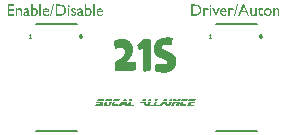
<source format=gbr>
%TF.GenerationSoftware,KiCad,Pcbnew,7.0.8*%
%TF.CreationDate,2023-11-04T19:06:47-07:00*%
%TF.ProjectId,Mini_Comp_Switch,4d696e69-5f43-46f6-9d70-5f5377697463,rev?*%
%TF.SameCoordinates,Original*%
%TF.FileFunction,Legend,Top*%
%TF.FilePolarity,Positive*%
%FSLAX46Y46*%
G04 Gerber Fmt 4.6, Leading zero omitted, Abs format (unit mm)*
G04 Created by KiCad (PCBNEW 7.0.8) date 2023-11-04 19:06:47*
%MOMM*%
%LPD*%
G01*
G04 APERTURE LIST*
%ADD10C,0.150000*%
%ADD11C,0.125000*%
%ADD12C,0.080071*%
%ADD13C,0.080059*%
%ADD14C,0.127000*%
G04 APERTURE END LIST*
D10*
G36*
X155948597Y-67208311D02*
G01*
X155976522Y-67219697D01*
X156004284Y-67225896D01*
X156034314Y-67225896D01*
X156067138Y-67225896D01*
X156100592Y-67225896D01*
X156132784Y-67225896D01*
X156144236Y-67225896D01*
X156237292Y-67225896D01*
X156269074Y-67225896D01*
X156302510Y-67225896D01*
X156334742Y-67225896D01*
X156370946Y-67225896D01*
X156402768Y-67225896D01*
X156437132Y-67225896D01*
X156446120Y-67225896D01*
X156476253Y-67225072D01*
X156507579Y-67222998D01*
X156538113Y-67220216D01*
X156572047Y-67216507D01*
X156602924Y-67212707D01*
X156632780Y-67214961D01*
X156662799Y-67223616D01*
X156689812Y-67241919D01*
X156708200Y-67269057D01*
X156717096Y-67299351D01*
X156717962Y-67305031D01*
X156720641Y-67335050D01*
X156721929Y-67367307D01*
X156722341Y-67397853D01*
X156722358Y-67406147D01*
X156722358Y-67730013D01*
X156722358Y-67761441D01*
X156722358Y-67791666D01*
X156722358Y-67797424D01*
X156722358Y-67828336D01*
X156722358Y-67858012D01*
X156722358Y-67863370D01*
X156717870Y-67894465D01*
X156702092Y-67922331D01*
X156678531Y-67940775D01*
X156650551Y-67952030D01*
X156400691Y-68015045D01*
X156371356Y-68018941D01*
X156341246Y-68022719D01*
X156336943Y-68023105D01*
X156125185Y-68023105D01*
X156094960Y-68023105D01*
X156082686Y-68023105D01*
X156052635Y-68023105D01*
X156044585Y-68023105D01*
X156014131Y-68023105D01*
X155984023Y-68023105D01*
X155951574Y-68023105D01*
X155919850Y-68023105D01*
X155898772Y-68023105D01*
X155863545Y-68022783D01*
X155830679Y-68021817D01*
X155800175Y-68020207D01*
X155766687Y-68017425D01*
X155736600Y-68013715D01*
X155714124Y-68009916D01*
X155681758Y-68009916D01*
X155651258Y-68009916D01*
X155618915Y-68009916D01*
X155588507Y-68009916D01*
X155554069Y-68009916D01*
X155535338Y-68009916D01*
X155499057Y-68009916D01*
X155466782Y-68009916D01*
X155432074Y-68009916D01*
X155398689Y-68009916D01*
X155368201Y-68009916D01*
X155357285Y-68009916D01*
X155326602Y-68009916D01*
X155291597Y-68009916D01*
X155260313Y-68009916D01*
X155227684Y-68009916D01*
X155196388Y-68009916D01*
X155178499Y-68009916D01*
X155075917Y-68009916D01*
X155045433Y-68009916D01*
X155013457Y-68009916D01*
X155004110Y-68009916D01*
X154976042Y-67999353D01*
X154956086Y-67976375D01*
X154948423Y-67951297D01*
X154944896Y-67919057D01*
X154942134Y-67888042D01*
X154940489Y-67857691D01*
X154940363Y-67848715D01*
X154940363Y-67813182D01*
X154940363Y-67774724D01*
X154940363Y-67733343D01*
X154940363Y-67689038D01*
X154940363Y-67657877D01*
X154940363Y-67625416D01*
X154940363Y-67591657D01*
X154940363Y-67556597D01*
X154940363Y-67520238D01*
X154940363Y-67482580D01*
X154940363Y-67443622D01*
X154940363Y-67403365D01*
X154940363Y-67361809D01*
X154940363Y-67318953D01*
X154943391Y-67289428D01*
X154946224Y-67274989D01*
X154952297Y-67245563D01*
X154952819Y-67239818D01*
X154965281Y-67212830D01*
X154988060Y-67190642D01*
X155008506Y-67176071D01*
X155382198Y-66961381D01*
X155407295Y-66946054D01*
X155439334Y-66924095D01*
X155469748Y-66900396D01*
X155498536Y-66874956D01*
X155525699Y-66847777D01*
X155551236Y-66818857D01*
X155575147Y-66788197D01*
X155592013Y-66764060D01*
X155602749Y-66747424D01*
X155620292Y-66721368D01*
X155636649Y-66696780D01*
X155656616Y-66666281D01*
X155674476Y-66638391D01*
X155690230Y-66613112D01*
X155706960Y-66585184D01*
X155722691Y-66557054D01*
X155728779Y-66545191D01*
X155741641Y-66515016D01*
X155751928Y-66484389D01*
X155759639Y-66453312D01*
X155764774Y-66421784D01*
X155767333Y-66389805D01*
X155767315Y-66357375D01*
X155764722Y-66324495D01*
X155759553Y-66291164D01*
X155751808Y-66257382D01*
X155741487Y-66223149D01*
X155733175Y-66200076D01*
X155717925Y-66174797D01*
X155711926Y-66166371D01*
X155683601Y-66139924D01*
X155655414Y-66117003D01*
X155627364Y-66097609D01*
X155599452Y-66081741D01*
X155571677Y-66069399D01*
X155537151Y-66058930D01*
X155502841Y-66053971D01*
X155489176Y-66053531D01*
X155459016Y-66053531D01*
X155449609Y-66053531D01*
X155420208Y-66053531D01*
X155411507Y-66053531D01*
X155378985Y-66053904D01*
X155346540Y-66055025D01*
X155314173Y-66056892D01*
X155281883Y-66059507D01*
X155249670Y-66062869D01*
X155217534Y-66066977D01*
X155185476Y-66071833D01*
X155153495Y-66077436D01*
X155121591Y-66083786D01*
X155089765Y-66090883D01*
X155068590Y-66096029D01*
X155007774Y-66108485D01*
X154975992Y-66109447D01*
X154947462Y-66097939D01*
X154926584Y-66073100D01*
X154916915Y-66049134D01*
X154910349Y-66020423D01*
X154904276Y-65990516D01*
X154900211Y-65961233D01*
X154900063Y-65956810D01*
X154893022Y-65927032D01*
X154887876Y-65898071D01*
X154883399Y-65867560D01*
X154881744Y-65854961D01*
X154877943Y-65822721D01*
X154874215Y-65791706D01*
X154870444Y-65761355D01*
X154869288Y-65752379D01*
X154864651Y-65720365D01*
X154862693Y-65690647D01*
X154861534Y-65659860D01*
X154860804Y-65623599D01*
X154860530Y-65590649D01*
X154860495Y-65572861D01*
X154848531Y-65545498D01*
X154846573Y-65518639D01*
X154850329Y-65487406D01*
X154863531Y-65457306D01*
X154883246Y-65435026D01*
X154906657Y-65418988D01*
X154924243Y-65410928D01*
X154939630Y-65404333D01*
X154958681Y-65398471D01*
X154980663Y-65390411D01*
X155013126Y-65379852D01*
X155044754Y-65369975D01*
X155075545Y-65360779D01*
X155105501Y-65352264D01*
X155134622Y-65344430D01*
X155176735Y-65333956D01*
X155216968Y-65325015D01*
X155255320Y-65317607D01*
X155291792Y-65311732D01*
X155326383Y-65307389D01*
X155359094Y-65304579D01*
X155389925Y-65303302D01*
X155399783Y-65303217D01*
X155432599Y-65303217D01*
X155463900Y-65303217D01*
X155494970Y-65303217D01*
X155524337Y-65303217D01*
X155529476Y-65303217D01*
X155562966Y-65303217D01*
X155594542Y-65303217D01*
X155623965Y-65303217D01*
X155637920Y-65303217D01*
X155670260Y-65303616D01*
X155701607Y-65304814D01*
X155731963Y-65306810D01*
X155761328Y-65309605D01*
X155798937Y-65314574D01*
X155834784Y-65320962D01*
X155868867Y-65328770D01*
X155901187Y-65337998D01*
X155931744Y-65348646D01*
X155966379Y-65363164D01*
X155999390Y-65378416D01*
X156030779Y-65394402D01*
X156060544Y-65411122D01*
X156088687Y-65428577D01*
X156115207Y-65446765D01*
X156140104Y-65465688D01*
X156163378Y-65485345D01*
X156185029Y-65505737D01*
X156211373Y-65534067D01*
X156217508Y-65541353D01*
X156242811Y-65574805D01*
X156266787Y-65608115D01*
X156289437Y-65641283D01*
X156310760Y-65674309D01*
X156330756Y-65707194D01*
X156349425Y-65739937D01*
X156366768Y-65772538D01*
X156382785Y-65804998D01*
X156397474Y-65837316D01*
X156410837Y-65869493D01*
X156419009Y-65890865D01*
X156426508Y-65921176D01*
X156432931Y-65955711D01*
X156438014Y-65985547D01*
X156443738Y-66020833D01*
X156448452Y-66050873D01*
X156453527Y-66083979D01*
X156457111Y-66107752D01*
X156462801Y-66142179D01*
X156465217Y-66180613D01*
X156464879Y-66212068D01*
X156462701Y-66245777D01*
X156458680Y-66281740D01*
X156452817Y-66319958D01*
X156445113Y-66360429D01*
X156435567Y-66403154D01*
X156428179Y-66432889D01*
X156419973Y-66463627D01*
X156410949Y-66495366D01*
X156400037Y-66527294D01*
X156388782Y-66555618D01*
X156375284Y-66586416D01*
X156359542Y-66619686D01*
X156346263Y-66646262D01*
X156331721Y-66674229D01*
X156315917Y-66703587D01*
X156298851Y-66734336D01*
X156280523Y-66766475D01*
X156267334Y-66792121D01*
X156250920Y-66817583D01*
X156249016Y-66820697D01*
X156234361Y-66846343D01*
X156217937Y-66875200D01*
X156200264Y-66904071D01*
X156181341Y-66932954D01*
X156161169Y-66961851D01*
X156139747Y-66990760D01*
X156117076Y-67019682D01*
X156093156Y-67048617D01*
X156067986Y-67077564D01*
X156041567Y-67106525D01*
X156013899Y-67135499D01*
X155994759Y-67154822D01*
X155973001Y-67177435D01*
X155954168Y-67200436D01*
X155948597Y-67208311D01*
G37*
G36*
X157302679Y-67170942D02*
G01*
X157302679Y-66929874D01*
X157300436Y-66900404D01*
X157299835Y-66870912D01*
X157300481Y-66859532D01*
X157302864Y-66830144D01*
X157305021Y-66799179D01*
X157306343Y-66778932D01*
X157308114Y-66748580D01*
X157309402Y-66719071D01*
X157310003Y-66689515D01*
X157310007Y-66687341D01*
X157312486Y-66657491D01*
X157314009Y-66624438D01*
X157314815Y-66590483D01*
X157315116Y-66557639D01*
X157315136Y-66545924D01*
X157315290Y-66511655D01*
X157315754Y-66480837D01*
X157316686Y-66449246D01*
X157318266Y-66418895D01*
X157319532Y-66403042D01*
X157336385Y-66173698D01*
X157340571Y-66142768D01*
X157340781Y-66127536D01*
X157328449Y-66099404D01*
X157297193Y-66096725D01*
X157294619Y-66097494D01*
X157264244Y-66105920D01*
X157235771Y-66119847D01*
X157222812Y-66127536D01*
X157042561Y-66216196D01*
X157030104Y-66220593D01*
X157021312Y-66224989D01*
X156992186Y-66231950D01*
X156962476Y-66225195D01*
X156940208Y-66201267D01*
X156933384Y-66186887D01*
X156887222Y-66054996D01*
X156877961Y-66022428D01*
X156868770Y-65991403D01*
X156859648Y-65961921D01*
X156850597Y-65933981D01*
X156845457Y-65918709D01*
X156828604Y-65838841D01*
X156825880Y-65809256D01*
X156833866Y-65780462D01*
X156853443Y-65755961D01*
X156861577Y-65749448D01*
X157282163Y-65392609D01*
X157304913Y-65372474D01*
X157317334Y-65358904D01*
X157338924Y-65337708D01*
X157352505Y-65328862D01*
X157379314Y-65314261D01*
X157407925Y-65304444D01*
X157419916Y-65303217D01*
X157685896Y-65303217D01*
X157718549Y-65303217D01*
X157748387Y-65303217D01*
X157782811Y-65303217D01*
X157815001Y-65303217D01*
X157850374Y-65303217D01*
X157865415Y-65303217D01*
X157895679Y-65306828D01*
X157923667Y-65322084D01*
X157939368Y-65349280D01*
X157943084Y-65378688D01*
X157946862Y-65417442D01*
X157949365Y-65447364D01*
X157951585Y-65478021D01*
X157953521Y-65509412D01*
X157955174Y-65541536D01*
X157956544Y-65574395D01*
X157957630Y-65607989D01*
X157958433Y-65642316D01*
X157958952Y-65677377D01*
X157959188Y-65713173D01*
X157959204Y-65725268D01*
X157959204Y-65755127D01*
X157959204Y-65785160D01*
X157959204Y-65818840D01*
X157959204Y-65850611D01*
X157959204Y-65873279D01*
X157959204Y-65906089D01*
X157959204Y-65939093D01*
X157959204Y-65969856D01*
X157959204Y-66000041D01*
X157959204Y-66030041D01*
X157959204Y-66059613D01*
X157959204Y-66078443D01*
X157959204Y-66108769D01*
X157959204Y-66138169D01*
X157959204Y-66156845D01*
X157959204Y-66187208D01*
X157959204Y-66218508D01*
X157959204Y-66248854D01*
X157959204Y-66282445D01*
X157959204Y-66312916D01*
X157959204Y-66343388D01*
X157959204Y-66376979D01*
X157959204Y-66407325D01*
X157959204Y-66438625D01*
X157959204Y-66468988D01*
X157959204Y-66499902D01*
X157959204Y-66533843D01*
X157959204Y-66570810D01*
X157959204Y-66610805D01*
X157959204Y-66653826D01*
X157959204Y-66684189D01*
X157959204Y-66715896D01*
X157959204Y-66748949D01*
X157959204Y-66783348D01*
X157959204Y-66819091D01*
X157959204Y-66856180D01*
X157959204Y-66894613D01*
X157959204Y-66934393D01*
X157959204Y-66954787D01*
X157959204Y-66986171D01*
X157959204Y-67015752D01*
X157959204Y-67020732D01*
X157959204Y-67051507D01*
X157959204Y-67077885D01*
X157959204Y-67327013D01*
X157959204Y-67356517D01*
X157959204Y-67387557D01*
X157959204Y-67420511D01*
X157959204Y-67424466D01*
X157959204Y-67453912D01*
X157959204Y-67484924D01*
X157959204Y-67515612D01*
X157959204Y-67517522D01*
X157959204Y-67547656D01*
X157959204Y-67577629D01*
X157959204Y-67599588D01*
X157959204Y-67629913D01*
X157959204Y-67659314D01*
X157959204Y-67677990D01*
X157958884Y-67711180D01*
X157957922Y-67743340D01*
X157956319Y-67774469D01*
X157954075Y-67804569D01*
X157950369Y-67840743D01*
X157945660Y-67875308D01*
X157939950Y-67908263D01*
X157938688Y-67914661D01*
X157931431Y-67943194D01*
X157918688Y-67970242D01*
X157910844Y-67979874D01*
X157885565Y-67996177D01*
X157857469Y-68004798D01*
X157846364Y-68006985D01*
X157620684Y-68041423D01*
X157589186Y-68045246D01*
X157559362Y-68049339D01*
X157528360Y-68053879D01*
X157498002Y-68058471D01*
X157466879Y-68064241D01*
X157440432Y-68070732D01*
X157408355Y-68072851D01*
X157379647Y-68057939D01*
X157361935Y-68032923D01*
X157353238Y-68011381D01*
X157347848Y-67980506D01*
X157343383Y-67948381D01*
X157339373Y-67917374D01*
X157336385Y-67893412D01*
X157331405Y-67858367D01*
X157327088Y-67823207D01*
X157323436Y-67787933D01*
X157320448Y-67752545D01*
X157318124Y-67717042D01*
X157316464Y-67681424D01*
X157315468Y-67645692D01*
X157315136Y-67609846D01*
X157309114Y-67580170D01*
X157305416Y-67547564D01*
X157303458Y-67514225D01*
X157302728Y-67482076D01*
X157302679Y-67470628D01*
X157302679Y-67170942D01*
G37*
G36*
X158354878Y-67943237D02*
G01*
X158354878Y-67790097D01*
X158354878Y-67757421D01*
X158354878Y-67726716D01*
X158354878Y-67696714D01*
X158354878Y-67663312D01*
X158354878Y-67639155D01*
X158354878Y-67609320D01*
X158354878Y-67576965D01*
X158354878Y-67543972D01*
X158354878Y-67512533D01*
X158354878Y-67493342D01*
X158363670Y-67438387D01*
X158375531Y-67409994D01*
X158397086Y-67389876D01*
X158427335Y-67382277D01*
X158452331Y-67384166D01*
X158655296Y-67421535D01*
X158686612Y-67428292D01*
X158717361Y-67432629D01*
X158747543Y-67434544D01*
X158777158Y-67434037D01*
X158810993Y-67430385D01*
X158815764Y-67429595D01*
X158845652Y-67424045D01*
X158879537Y-67422142D01*
X158911763Y-67423412D01*
X158946925Y-67427362D01*
X158978470Y-67432700D01*
X158985024Y-67433991D01*
X159014139Y-67437911D01*
X159052499Y-67440372D01*
X159090332Y-67439674D01*
X159127638Y-67435816D01*
X159164417Y-67428798D01*
X159200670Y-67418620D01*
X159236397Y-67405282D01*
X159271596Y-67388784D01*
X159280314Y-67384166D01*
X159307287Y-67367771D01*
X159331158Y-67345000D01*
X159347610Y-67317923D01*
X159356643Y-67286542D01*
X159357250Y-67282316D01*
X159357250Y-67251805D01*
X159352854Y-67224431D01*
X159341485Y-67194171D01*
X159326613Y-67166591D01*
X159308238Y-67141690D01*
X159286359Y-67119467D01*
X159260977Y-67099924D01*
X159251737Y-67094005D01*
X159225462Y-67078935D01*
X159199393Y-67065051D01*
X159169240Y-67050350D01*
X159139367Y-67037262D01*
X159113984Y-67027327D01*
X159083472Y-67014142D01*
X159052933Y-67001241D01*
X159022369Y-66988622D01*
X158991779Y-66976288D01*
X158961163Y-66964236D01*
X158930522Y-66952468D01*
X158899855Y-66940984D01*
X158869161Y-66929782D01*
X158838443Y-66918864D01*
X158807698Y-66908230D01*
X158787187Y-66901297D01*
X158695596Y-66868325D01*
X158661662Y-66854872D01*
X158628735Y-66840160D01*
X158596815Y-66824189D01*
X158565903Y-66806959D01*
X158535999Y-66788469D01*
X158507102Y-66768719D01*
X158479213Y-66747711D01*
X158452331Y-66725443D01*
X158430429Y-66703744D01*
X158409603Y-66681513D01*
X158389854Y-66658750D01*
X158371181Y-66635454D01*
X158353584Y-66611626D01*
X158337063Y-66587266D01*
X158314300Y-66549727D01*
X158293958Y-66510991D01*
X158276038Y-66471056D01*
X158260539Y-66429924D01*
X158251551Y-66401837D01*
X158243640Y-66373218D01*
X158236805Y-66344066D01*
X158231047Y-66314382D01*
X158227097Y-66282119D01*
X158223673Y-66249810D01*
X158220777Y-66217456D01*
X158218407Y-66185055D01*
X158216564Y-66152609D01*
X158215247Y-66120117D01*
X158214457Y-66087580D01*
X158214194Y-66054996D01*
X158215535Y-66022499D01*
X158219560Y-65987748D01*
X158224712Y-65958325D01*
X158231582Y-65927458D01*
X158240168Y-65895150D01*
X158250472Y-65861398D01*
X158262494Y-65826204D01*
X158269148Y-65808066D01*
X158279819Y-65780699D01*
X158291225Y-65753550D01*
X158303364Y-65726620D01*
X158316238Y-65699909D01*
X158329845Y-65673417D01*
X158344187Y-65647144D01*
X158359263Y-65621090D01*
X158375073Y-65595255D01*
X158391618Y-65569638D01*
X158408896Y-65544241D01*
X158420823Y-65527431D01*
X158442133Y-65499171D01*
X158464847Y-65472365D01*
X158488965Y-65447015D01*
X158514487Y-65423121D01*
X158541412Y-65400682D01*
X158569742Y-65379698D01*
X158599475Y-65360170D01*
X158630613Y-65342097D01*
X158663154Y-65325480D01*
X158697099Y-65310318D01*
X158720509Y-65301018D01*
X158749017Y-65290199D01*
X158776471Y-65278991D01*
X158793782Y-65271709D01*
X158821789Y-65259716D01*
X158849541Y-65248726D01*
X158867788Y-65242400D01*
X158899279Y-65232296D01*
X158930556Y-65223051D01*
X158961618Y-65214665D01*
X158992466Y-65207137D01*
X159023099Y-65200469D01*
X159053517Y-65194658D01*
X159065624Y-65192575D01*
X159099728Y-65187206D01*
X159133897Y-65182365D01*
X159168130Y-65178052D01*
X159202427Y-65174268D01*
X159236789Y-65171011D01*
X159271215Y-65168283D01*
X159305705Y-65166083D01*
X159340260Y-65164410D01*
X159374879Y-65163266D01*
X159409563Y-65162650D01*
X159432721Y-65162533D01*
X159469621Y-65162796D01*
X159506681Y-65163586D01*
X159543901Y-65164903D01*
X159581282Y-65166746D01*
X159618823Y-65169116D01*
X159656524Y-65172012D01*
X159694386Y-65175436D01*
X159732407Y-65179385D01*
X159761095Y-65187609D01*
X159774173Y-65191842D01*
X159799976Y-65206067D01*
X159814970Y-65231302D01*
X159816430Y-65262958D01*
X159815938Y-65266580D01*
X159811377Y-65296376D01*
X159806599Y-65326412D01*
X159803482Y-65345715D01*
X159798373Y-65377242D01*
X159792588Y-65406468D01*
X159786629Y-65429979D01*
X159728011Y-65713545D01*
X159719951Y-65739190D01*
X159704984Y-65766824D01*
X159681285Y-65785972D01*
X159650144Y-65792956D01*
X159639351Y-65792679D01*
X159601651Y-65789013D01*
X159564389Y-65785707D01*
X159527565Y-65782762D01*
X159491179Y-65780177D01*
X159455231Y-65777953D01*
X159419721Y-65776090D01*
X159384649Y-65774587D01*
X159350015Y-65773445D01*
X159315818Y-65772664D01*
X159282060Y-65772243D01*
X159259797Y-65772163D01*
X159229577Y-65772787D01*
X159191005Y-65775564D01*
X159154403Y-65780561D01*
X159119770Y-65787780D01*
X159087107Y-65797219D01*
X159056412Y-65808880D01*
X159027687Y-65822762D01*
X159000931Y-65838865D01*
X158994550Y-65843237D01*
X158970615Y-65861228D01*
X158946439Y-65880670D01*
X158935199Y-65890132D01*
X158919549Y-65917869D01*
X158908959Y-65948008D01*
X158905525Y-65977432D01*
X158905890Y-65986120D01*
X158913663Y-66019424D01*
X158924162Y-66050096D01*
X158937385Y-66078134D01*
X158953334Y-66103539D01*
X158972007Y-66126311D01*
X158993405Y-66146450D01*
X159017528Y-66163955D01*
X159044375Y-66178827D01*
X159072448Y-66193482D01*
X159101711Y-66208136D01*
X159132165Y-66222791D01*
X159163810Y-66237445D01*
X159196645Y-66252100D01*
X159230671Y-66266755D01*
X159265888Y-66281409D01*
X159293082Y-66292400D01*
X159302296Y-66296064D01*
X159374103Y-66329769D01*
X159567543Y-66414033D01*
X159599149Y-66428678D01*
X159630767Y-66444584D01*
X159662398Y-66461753D01*
X159694042Y-66480185D01*
X159725699Y-66499878D01*
X159757369Y-66520834D01*
X159789051Y-66543052D01*
X159820747Y-66566532D01*
X159852455Y-66591275D01*
X159884177Y-66617279D01*
X159905331Y-66635317D01*
X159927897Y-66654208D01*
X159949432Y-66675342D01*
X159969937Y-66698721D01*
X159989412Y-66724344D01*
X160007856Y-66752210D01*
X160025270Y-66782321D01*
X160041653Y-66814675D01*
X160057006Y-66849274D01*
X160069163Y-66879100D01*
X160080353Y-66907302D01*
X160093771Y-66942382D01*
X160105472Y-66974576D01*
X160115455Y-67003885D01*
X160125520Y-67036464D01*
X160134055Y-67069609D01*
X160136873Y-67083747D01*
X160136873Y-67096936D01*
X160136873Y-67104996D01*
X160136579Y-67138873D01*
X160135694Y-67171995D01*
X160134220Y-67204361D01*
X160132157Y-67235971D01*
X160129503Y-67266826D01*
X160126260Y-67296925D01*
X160122428Y-67326269D01*
X160115574Y-67368867D01*
X160107393Y-67409765D01*
X160097885Y-67448963D01*
X160087051Y-67486461D01*
X160074890Y-67522259D01*
X160061402Y-67556357D01*
X160046942Y-67589536D01*
X160031040Y-67621661D01*
X160013695Y-67652733D01*
X159994907Y-67682752D01*
X159974677Y-67711718D01*
X159953004Y-67739631D01*
X159929889Y-67766490D01*
X159905331Y-67792295D01*
X159879258Y-67818334D01*
X159854344Y-67842596D01*
X159830589Y-67865080D01*
X159807993Y-67885787D01*
X159779668Y-67910631D01*
X159753405Y-67932315D01*
X159729202Y-67950840D01*
X159701846Y-67969551D01*
X159686978Y-67978408D01*
X159657524Y-67994605D01*
X159627412Y-68010222D01*
X159596644Y-68025259D01*
X159565219Y-68039717D01*
X159533137Y-68053595D01*
X159500399Y-68066894D01*
X159467003Y-68079613D01*
X159432950Y-68091752D01*
X159398241Y-68103312D01*
X159362875Y-68114292D01*
X159338932Y-68121290D01*
X159302444Y-68131251D01*
X159264789Y-68139883D01*
X159235781Y-68145486D01*
X159206116Y-68150342D01*
X159175795Y-68154451D01*
X159144816Y-68157812D01*
X159113181Y-68160427D01*
X159080889Y-68162295D01*
X159047939Y-68163415D01*
X159014333Y-68163789D01*
X158984254Y-68163042D01*
X158953918Y-68160801D01*
X158923323Y-68157065D01*
X158892471Y-68151836D01*
X158861362Y-68145113D01*
X158850935Y-68142540D01*
X158818328Y-68135625D01*
X158789546Y-68129537D01*
X158757054Y-68122676D01*
X158727144Y-68116368D01*
X158694658Y-68109524D01*
X158680942Y-68106636D01*
X158647515Y-68099452D01*
X158616842Y-68092554D01*
X158583672Y-68084654D01*
X158554469Y-68077167D01*
X158525412Y-68068952D01*
X158514612Y-68065603D01*
X158409832Y-68027501D01*
X158383267Y-68010764D01*
X158363947Y-67985777D01*
X158355736Y-67957537D01*
X158354878Y-67943237D01*
G37*
G36*
X161702029Y-62376533D02*
G01*
X161714017Y-62376704D01*
X161725846Y-62376991D01*
X161737516Y-62377391D01*
X161749026Y-62377907D01*
X161760377Y-62378536D01*
X161771569Y-62379280D01*
X161782602Y-62380139D01*
X161793475Y-62381112D01*
X161804188Y-62382200D01*
X161814743Y-62383402D01*
X161825138Y-62384719D01*
X161835374Y-62386150D01*
X161845450Y-62387695D01*
X161855367Y-62389355D01*
X161865125Y-62391130D01*
X161874724Y-62393019D01*
X161893443Y-62397141D01*
X161911524Y-62401720D01*
X161928968Y-62406758D01*
X161945775Y-62412253D01*
X161961945Y-62418207D01*
X161977477Y-62424618D01*
X161992372Y-62431487D01*
X161999581Y-62435094D01*
X162013655Y-62442606D01*
X162027363Y-62450550D01*
X162040705Y-62458925D01*
X162053681Y-62467731D01*
X162066290Y-62476968D01*
X162078532Y-62486637D01*
X162090409Y-62496736D01*
X162101919Y-62507267D01*
X162113062Y-62518230D01*
X162123839Y-62529623D01*
X162134250Y-62541448D01*
X162144295Y-62553704D01*
X162153973Y-62566391D01*
X162163285Y-62579510D01*
X162172230Y-62593060D01*
X162180809Y-62607041D01*
X162188972Y-62621287D01*
X162196608Y-62635693D01*
X162203718Y-62650260D01*
X162210301Y-62664987D01*
X162216358Y-62679875D01*
X162221888Y-62694922D01*
X162226891Y-62710130D01*
X162231367Y-62725498D01*
X162235317Y-62741027D01*
X162238740Y-62756716D01*
X162241637Y-62772565D01*
X162244007Y-62788574D01*
X162245850Y-62804744D01*
X162247167Y-62821074D01*
X162247957Y-62837564D01*
X162248220Y-62854214D01*
X162248075Y-62866150D01*
X162247640Y-62878020D01*
X162246915Y-62889826D01*
X162245900Y-62901567D01*
X162244595Y-62913243D01*
X162242999Y-62924854D01*
X162241114Y-62936400D01*
X162238939Y-62947882D01*
X162236473Y-62959298D01*
X162233718Y-62970650D01*
X162230673Y-62981936D01*
X162227337Y-62993158D01*
X162223712Y-63004315D01*
X162219796Y-63015407D01*
X162215591Y-63026434D01*
X162211095Y-63037397D01*
X162206331Y-63048244D01*
X162201322Y-63058928D01*
X162196066Y-63069448D01*
X162190563Y-63079803D01*
X162184815Y-63089995D01*
X162178821Y-63100022D01*
X162172580Y-63109885D01*
X162166093Y-63119584D01*
X162159360Y-63129119D01*
X162152381Y-63138490D01*
X162145156Y-63147697D01*
X162137685Y-63156740D01*
X162129967Y-63165618D01*
X162122004Y-63174333D01*
X162113794Y-63182883D01*
X162105338Y-63191270D01*
X162096488Y-63199686D01*
X162087462Y-63207840D01*
X162078261Y-63215730D01*
X162068885Y-63223357D01*
X162059333Y-63230721D01*
X162049605Y-63237821D01*
X162039702Y-63244658D01*
X162029623Y-63251231D01*
X162019368Y-63257541D01*
X162008938Y-63263588D01*
X161998333Y-63269372D01*
X161987552Y-63274892D01*
X161976595Y-63280149D01*
X161965463Y-63285143D01*
X161954155Y-63289873D01*
X161942672Y-63294340D01*
X161932539Y-63298202D01*
X161922565Y-63301819D01*
X161912750Y-63305191D01*
X161903093Y-63308319D01*
X161893596Y-63311202D01*
X161881180Y-63314665D01*
X161869046Y-63317694D01*
X161857194Y-63320287D01*
X161845625Y-63322445D01*
X161842777Y-63322916D01*
X161830191Y-63324577D01*
X161819058Y-63325676D01*
X161806474Y-63326652D01*
X161792440Y-63327502D01*
X161782277Y-63328000D01*
X161771469Y-63328443D01*
X161760016Y-63328831D01*
X161747919Y-63329163D01*
X161735176Y-63329439D01*
X161721788Y-63329661D01*
X161707756Y-63329827D01*
X161693078Y-63329937D01*
X161677756Y-63329993D01*
X161669853Y-63330000D01*
X161366259Y-63330000D01*
X161366259Y-62501528D01*
X161503524Y-62501528D01*
X161503524Y-63204947D01*
X161679378Y-63204947D01*
X161692082Y-63204893D01*
X161704425Y-63204730D01*
X161716407Y-63204458D01*
X161728029Y-63204077D01*
X161739289Y-63203588D01*
X161750190Y-63202989D01*
X161760729Y-63202282D01*
X161770908Y-63201467D01*
X161780727Y-63200542D01*
X161794778Y-63198952D01*
X161808018Y-63197116D01*
X161820447Y-63195036D01*
X161832064Y-63192711D01*
X161839358Y-63191025D01*
X161849906Y-63188351D01*
X161860120Y-63185547D01*
X161869999Y-63182615D01*
X161879543Y-63179554D01*
X161891748Y-63175272D01*
X161903357Y-63170761D01*
X161914371Y-63166021D01*
X161924789Y-63161052D01*
X161934612Y-63155854D01*
X161944038Y-63150386D01*
X161953266Y-63144604D01*
X161962296Y-63138509D01*
X161971127Y-63132102D01*
X161979759Y-63125381D01*
X161988193Y-63118348D01*
X161996429Y-63111001D01*
X162004466Y-63103342D01*
X162016769Y-63090434D01*
X162028279Y-63077109D01*
X162038996Y-63063368D01*
X162048918Y-63049212D01*
X162058046Y-63034639D01*
X162066381Y-63019651D01*
X162073922Y-63004246D01*
X162080669Y-62988426D01*
X162086623Y-62972189D01*
X162091782Y-62955537D01*
X162096148Y-62938469D01*
X162099720Y-62920984D01*
X162102499Y-62903084D01*
X162104483Y-62884768D01*
X162105674Y-62866035D01*
X162106071Y-62846887D01*
X162105662Y-62828056D01*
X162104437Y-62809663D01*
X162102396Y-62791709D01*
X162099537Y-62774194D01*
X162095862Y-62757118D01*
X162091370Y-62740481D01*
X162086062Y-62724283D01*
X162079937Y-62708524D01*
X162072995Y-62693203D01*
X162065236Y-62678321D01*
X162056661Y-62663879D01*
X162047269Y-62649875D01*
X162037061Y-62636310D01*
X162026035Y-62623184D01*
X162014193Y-62610496D01*
X162001535Y-62598248D01*
X161994244Y-62591630D01*
X161986751Y-62585239D01*
X161979057Y-62579076D01*
X161971161Y-62573141D01*
X161963063Y-62567433D01*
X161954763Y-62561952D01*
X161946262Y-62556699D01*
X161937558Y-62551674D01*
X161928653Y-62546876D01*
X161919546Y-62542306D01*
X161913363Y-62539385D01*
X161904066Y-62535218D01*
X161894859Y-62531325D01*
X161885742Y-62527708D01*
X161873726Y-62523311D01*
X161861871Y-62519403D01*
X161850176Y-62515984D01*
X161838641Y-62513053D01*
X161827267Y-62510611D01*
X161818841Y-62509099D01*
X161806820Y-62507325D01*
X161796692Y-62506149D01*
X161785611Y-62505106D01*
X161773577Y-62504197D01*
X161760589Y-62503421D01*
X161746649Y-62502777D01*
X161736826Y-62502422D01*
X161726579Y-62502127D01*
X161715908Y-62501890D01*
X161704815Y-62501713D01*
X161693297Y-62501594D01*
X161681356Y-62501535D01*
X161675226Y-62501528D01*
X161503524Y-62501528D01*
X161366259Y-62501528D01*
X161366259Y-62376475D01*
X161689881Y-62376475D01*
X161702029Y-62376533D01*
G37*
G36*
X162530809Y-62704738D02*
G01*
X162530809Y-62836385D01*
X162537648Y-62826127D01*
X162543326Y-62817697D01*
X162549004Y-62809534D01*
X162560359Y-62794012D01*
X162571711Y-62779561D01*
X162583062Y-62766180D01*
X162594410Y-62753870D01*
X162605757Y-62742630D01*
X162617102Y-62732460D01*
X162628445Y-62723361D01*
X162639786Y-62715333D01*
X162651125Y-62708375D01*
X162662463Y-62702487D01*
X162673798Y-62697670D01*
X162685131Y-62693923D01*
X162696463Y-62691247D01*
X162707793Y-62689642D01*
X162719120Y-62689106D01*
X162732455Y-62689701D01*
X162745896Y-62691485D01*
X162759445Y-62694458D01*
X162773102Y-62698620D01*
X162782266Y-62702056D01*
X162791477Y-62706020D01*
X162800736Y-62710513D01*
X162810043Y-62715534D01*
X162819398Y-62721084D01*
X162828801Y-62727162D01*
X162838251Y-62733769D01*
X162847748Y-62740905D01*
X162857294Y-62748569D01*
X162866887Y-62756762D01*
X162800942Y-62861053D01*
X162792827Y-62853482D01*
X162784787Y-62846399D01*
X162776822Y-62839804D01*
X162768931Y-62833698D01*
X162757233Y-62825455D01*
X162745704Y-62818311D01*
X162734341Y-62812266D01*
X162723146Y-62807320D01*
X162712119Y-62803473D01*
X162701259Y-62800725D01*
X162690566Y-62799077D01*
X162680041Y-62798527D01*
X162668826Y-62799040D01*
X162657894Y-62800579D01*
X162647245Y-62803145D01*
X162636879Y-62806736D01*
X162626797Y-62811353D01*
X162616998Y-62816997D01*
X162607483Y-62823667D01*
X162598251Y-62831362D01*
X162589302Y-62840084D01*
X162580636Y-62849832D01*
X162575017Y-62856901D01*
X162567117Y-62868037D01*
X162559993Y-62879556D01*
X162553647Y-62891456D01*
X162548078Y-62903738D01*
X162543286Y-62916403D01*
X162539271Y-62929450D01*
X162536033Y-62942879D01*
X162533572Y-62956690D01*
X162531888Y-62970883D01*
X162530982Y-62985458D01*
X162530809Y-62995387D01*
X162530809Y-63330000D01*
X162405268Y-63330000D01*
X162405268Y-62704738D01*
X162530809Y-62704738D01*
G37*
G36*
X163015387Y-62439002D02*
G01*
X163026701Y-62439714D01*
X163037380Y-62441852D01*
X163047424Y-62445416D01*
X163056832Y-62450405D01*
X163065604Y-62456819D01*
X163068388Y-62459274D01*
X163075858Y-62467202D01*
X163081783Y-62475783D01*
X163086162Y-62485017D01*
X163088996Y-62494903D01*
X163090284Y-62505441D01*
X163090369Y-62509099D01*
X163089597Y-62519632D01*
X163087278Y-62529616D01*
X163083414Y-62539050D01*
X163078005Y-62547934D01*
X163071049Y-62556269D01*
X163068388Y-62558925D01*
X163059827Y-62565980D01*
X163050630Y-62571576D01*
X163040799Y-62575712D01*
X163030331Y-62578388D01*
X163019229Y-62579604D01*
X163015387Y-62579685D01*
X163004819Y-62578938D01*
X162994733Y-62576697D01*
X162985127Y-62572962D01*
X162976003Y-62567733D01*
X162967359Y-62561009D01*
X162964584Y-62558436D01*
X162957114Y-62550227D01*
X162951189Y-62541538D01*
X162946810Y-62532367D01*
X162943976Y-62522716D01*
X162942688Y-62512584D01*
X162942602Y-62509099D01*
X162943375Y-62498973D01*
X162945694Y-62489293D01*
X162949558Y-62480059D01*
X162954967Y-62471272D01*
X162961922Y-62462932D01*
X162964584Y-62460251D01*
X162973068Y-62453029D01*
X162982032Y-62447302D01*
X162991478Y-62443069D01*
X163001404Y-62440330D01*
X163011811Y-62439085D01*
X163015387Y-62439002D01*
G37*
G36*
X162953593Y-62704738D02*
G01*
X163078646Y-62704738D01*
X163078646Y-63330000D01*
X162953593Y-63330000D01*
X162953593Y-62704738D01*
G37*
G36*
X163644312Y-62704738D02*
G01*
X163779623Y-62704738D01*
X163500697Y-63345631D01*
X163458932Y-63345631D01*
X163173168Y-62704738D01*
X163309944Y-62704738D01*
X163480181Y-63092351D01*
X163644312Y-62704738D01*
G37*
G36*
X164121455Y-62689455D02*
G01*
X164136580Y-62690499D01*
X164151306Y-62692240D01*
X164165633Y-62694678D01*
X164179562Y-62697812D01*
X164193091Y-62701643D01*
X164206222Y-62706170D01*
X164218955Y-62711393D01*
X164231288Y-62717313D01*
X164243222Y-62723930D01*
X164254758Y-62731243D01*
X164265895Y-62739252D01*
X164276633Y-62747958D01*
X164286972Y-62757361D01*
X164296913Y-62767460D01*
X164306455Y-62778255D01*
X164315534Y-62789634D01*
X164324029Y-62801485D01*
X164331937Y-62813807D01*
X164339259Y-62826600D01*
X164345996Y-62839864D01*
X164352147Y-62853600D01*
X164357712Y-62867807D01*
X164362691Y-62882486D01*
X164367085Y-62897635D01*
X164370893Y-62913256D01*
X164374115Y-62929349D01*
X164376751Y-62945912D01*
X164378801Y-62962947D01*
X164380265Y-62980454D01*
X164381144Y-62998431D01*
X164381437Y-63016880D01*
X164381437Y-63033000D01*
X163936915Y-63033000D01*
X163937725Y-63044484D01*
X163938934Y-63055673D01*
X163940542Y-63066565D01*
X163942548Y-63077162D01*
X163944953Y-63087463D01*
X163947757Y-63097469D01*
X163950960Y-63107178D01*
X163954562Y-63116592D01*
X163958562Y-63125710D01*
X163962961Y-63134533D01*
X163967759Y-63143059D01*
X163975704Y-63155295D01*
X163984546Y-63166864D01*
X163994286Y-63177769D01*
X163997732Y-63181256D01*
X164008506Y-63191077D01*
X164019857Y-63199932D01*
X164031782Y-63207821D01*
X164044283Y-63214744D01*
X164057359Y-63220701D01*
X164071010Y-63225692D01*
X164080431Y-63228482D01*
X164090107Y-63230844D01*
X164100039Y-63232776D01*
X164110226Y-63234278D01*
X164120670Y-63235352D01*
X164131369Y-63235996D01*
X164142323Y-63236210D01*
X164157697Y-63235905D01*
X164172922Y-63234989D01*
X164187999Y-63233463D01*
X164202926Y-63231325D01*
X164217705Y-63228578D01*
X164232334Y-63225219D01*
X164246815Y-63221250D01*
X164261147Y-63216671D01*
X164275331Y-63211481D01*
X164289365Y-63205680D01*
X164303251Y-63199269D01*
X164316987Y-63192247D01*
X164330575Y-63184614D01*
X164344014Y-63176371D01*
X164357305Y-63167517D01*
X164370446Y-63158053D01*
X164370446Y-63276510D01*
X164359647Y-63283287D01*
X164348865Y-63289694D01*
X164338100Y-63295732D01*
X164327353Y-63301400D01*
X164316622Y-63306700D01*
X164305909Y-63311630D01*
X164295213Y-63316191D01*
X164284534Y-63320382D01*
X164273872Y-63324205D01*
X164263227Y-63327658D01*
X164256140Y-63329755D01*
X164245342Y-63332592D01*
X164234196Y-63335151D01*
X164222702Y-63337430D01*
X164210860Y-63339430D01*
X164198671Y-63341150D01*
X164186133Y-63342592D01*
X164173248Y-63343755D01*
X164160016Y-63344639D01*
X164146435Y-63345243D01*
X164132507Y-63345569D01*
X164123028Y-63345631D01*
X164110146Y-63345461D01*
X164097573Y-63344952D01*
X164085310Y-63344103D01*
X164073355Y-63342914D01*
X164061710Y-63341385D01*
X164050374Y-63339517D01*
X164039346Y-63337310D01*
X164028628Y-63334762D01*
X164018219Y-63331875D01*
X164008119Y-63328649D01*
X163998329Y-63325082D01*
X163988847Y-63321176D01*
X163979675Y-63316931D01*
X163970811Y-63312345D01*
X163962257Y-63307420D01*
X163954012Y-63302156D01*
X163942147Y-63293742D01*
X163930734Y-63284805D01*
X163919771Y-63275344D01*
X163909258Y-63265359D01*
X163899197Y-63254850D01*
X163889586Y-63243818D01*
X163883430Y-63236172D01*
X163877473Y-63228293D01*
X163871718Y-63220182D01*
X163866162Y-63211837D01*
X163860807Y-63203260D01*
X163855652Y-63194450D01*
X163850697Y-63185408D01*
X163845995Y-63176128D01*
X163841595Y-63166670D01*
X163837500Y-63157032D01*
X163833707Y-63147214D01*
X163830218Y-63137217D01*
X163827033Y-63127041D01*
X163824150Y-63116686D01*
X163821571Y-63106151D01*
X163819296Y-63095437D01*
X163817324Y-63084543D01*
X163815655Y-63073470D01*
X163814290Y-63062218D01*
X163813228Y-63050786D01*
X163812470Y-63039175D01*
X163812014Y-63027385D01*
X163811863Y-63015415D01*
X163812182Y-62997522D01*
X163813141Y-62980053D01*
X163814739Y-62963007D01*
X163815838Y-62954842D01*
X163939602Y-62954842D01*
X164257850Y-62954842D01*
X164256627Y-62941086D01*
X164254790Y-62927935D01*
X164252340Y-62915389D01*
X164249275Y-62903448D01*
X164245596Y-62892113D01*
X164241304Y-62881384D01*
X164236397Y-62871259D01*
X164230877Y-62861740D01*
X164224742Y-62852826D01*
X164217994Y-62844518D01*
X164213154Y-62839316D01*
X164205446Y-62832026D01*
X164197254Y-62825454D01*
X164188577Y-62819598D01*
X164179414Y-62814460D01*
X164169766Y-62810039D01*
X164159633Y-62806334D01*
X164149015Y-62803347D01*
X164137912Y-62801076D01*
X164126323Y-62799523D01*
X164114250Y-62798686D01*
X164105931Y-62798527D01*
X164093506Y-62798886D01*
X164081511Y-62799961D01*
X164069944Y-62801754D01*
X164058808Y-62804263D01*
X164048100Y-62807489D01*
X164037822Y-62811433D01*
X164027973Y-62816093D01*
X164018553Y-62821471D01*
X164009563Y-62827565D01*
X164001002Y-62834376D01*
X163995533Y-62839316D01*
X163987737Y-62847220D01*
X163980469Y-62855730D01*
X163973730Y-62864846D01*
X163967518Y-62874567D01*
X163961834Y-62884893D01*
X163956679Y-62895824D01*
X163952051Y-62907361D01*
X163947952Y-62919504D01*
X163944380Y-62932251D01*
X163941337Y-62945604D01*
X163939602Y-62954842D01*
X163815838Y-62954842D01*
X163816977Y-62946386D01*
X163819853Y-62930187D01*
X163823369Y-62914413D01*
X163827524Y-62899062D01*
X163832318Y-62884134D01*
X163837752Y-62869630D01*
X163843824Y-62855550D01*
X163850536Y-62841894D01*
X163857887Y-62828661D01*
X163865878Y-62815851D01*
X163874507Y-62803465D01*
X163883776Y-62791503D01*
X163893684Y-62779965D01*
X163904102Y-62768962D01*
X163914899Y-62758670D01*
X163926076Y-62749087D01*
X163937633Y-62740214D01*
X163949569Y-62732051D01*
X163961885Y-62724598D01*
X163974581Y-62717854D01*
X163987657Y-62711821D01*
X164001112Y-62706497D01*
X164014947Y-62701883D01*
X164029162Y-62697979D01*
X164043756Y-62694785D01*
X164058730Y-62692301D01*
X164074084Y-62690526D01*
X164089818Y-62689461D01*
X164105931Y-62689106D01*
X164121455Y-62689455D01*
G37*
G36*
X164646929Y-62704738D02*
G01*
X164646929Y-62836385D01*
X164653768Y-62826127D01*
X164659446Y-62817697D01*
X164665124Y-62809534D01*
X164676479Y-62794012D01*
X164687831Y-62779561D01*
X164699182Y-62766180D01*
X164710530Y-62753870D01*
X164721877Y-62742630D01*
X164733222Y-62732460D01*
X164744565Y-62723361D01*
X164755906Y-62715333D01*
X164767245Y-62708375D01*
X164778583Y-62702487D01*
X164789918Y-62697670D01*
X164801251Y-62693923D01*
X164812583Y-62691247D01*
X164823913Y-62689642D01*
X164835240Y-62689106D01*
X164848575Y-62689701D01*
X164862016Y-62691485D01*
X164875565Y-62694458D01*
X164889222Y-62698620D01*
X164898386Y-62702056D01*
X164907597Y-62706020D01*
X164916856Y-62710513D01*
X164926163Y-62715534D01*
X164935518Y-62721084D01*
X164944921Y-62727162D01*
X164954371Y-62733769D01*
X164963868Y-62740905D01*
X164973414Y-62748569D01*
X164983007Y-62756762D01*
X164917062Y-62861053D01*
X164908947Y-62853482D01*
X164900907Y-62846399D01*
X164892942Y-62839804D01*
X164885051Y-62833698D01*
X164873353Y-62825455D01*
X164861824Y-62818311D01*
X164850461Y-62812266D01*
X164839266Y-62807320D01*
X164828239Y-62803473D01*
X164817379Y-62800725D01*
X164806687Y-62799077D01*
X164796161Y-62798527D01*
X164784946Y-62799040D01*
X164774014Y-62800579D01*
X164763365Y-62803145D01*
X164752999Y-62806736D01*
X164742917Y-62811353D01*
X164733118Y-62816997D01*
X164723603Y-62823667D01*
X164714371Y-62831362D01*
X164705422Y-62840084D01*
X164696756Y-62849832D01*
X164691137Y-62856901D01*
X164683237Y-62868037D01*
X164676113Y-62879556D01*
X164669767Y-62891456D01*
X164664198Y-62903738D01*
X164659406Y-62916403D01*
X164655391Y-62929450D01*
X164652153Y-62942879D01*
X164649692Y-62956690D01*
X164648008Y-62970883D01*
X164647102Y-62985458D01*
X164646929Y-62995387D01*
X164646929Y-63330000D01*
X164521388Y-63330000D01*
X164521388Y-62704738D01*
X164646929Y-62704738D01*
G37*
G36*
X164981786Y-63345631D02*
G01*
X165258025Y-62360844D01*
X165356943Y-62360844D01*
X165081437Y-63345631D01*
X164981786Y-63345631D01*
G37*
G36*
X166309490Y-63330000D02*
G01*
X166168562Y-63330000D01*
X166040823Y-63048632D01*
X165632937Y-63048632D01*
X165512037Y-63330000D01*
X165371109Y-63330000D01*
X165544002Y-62923579D01*
X165686427Y-62923579D01*
X165984647Y-62923579D01*
X165830041Y-62571870D01*
X165686427Y-62923579D01*
X165544002Y-62923579D01*
X165783391Y-62360844D01*
X165880111Y-62360844D01*
X166309490Y-63330000D01*
G37*
G36*
X166795289Y-63330000D02*
G01*
X166795289Y-63248667D01*
X166787724Y-63257098D01*
X166779956Y-63265173D01*
X166771987Y-63272892D01*
X166763816Y-63280254D01*
X166755443Y-63287260D01*
X166746869Y-63293910D01*
X166738093Y-63300203D01*
X166729115Y-63306140D01*
X166719935Y-63311721D01*
X166710553Y-63316945D01*
X166704187Y-63320230D01*
X166694617Y-63324769D01*
X166685053Y-63328862D01*
X166675492Y-63332509D01*
X166665936Y-63335709D01*
X166656384Y-63338462D01*
X166646836Y-63340769D01*
X166634113Y-63343150D01*
X166621397Y-63344738D01*
X166608689Y-63345532D01*
X166602337Y-63345631D01*
X166591199Y-63345369D01*
X166580224Y-63344583D01*
X166569412Y-63343274D01*
X166558763Y-63341441D01*
X166548277Y-63339084D01*
X166537954Y-63336203D01*
X166527795Y-63332798D01*
X166517799Y-63328870D01*
X166507966Y-63324418D01*
X166498296Y-63319442D01*
X166491940Y-63315833D01*
X166482720Y-63310060D01*
X166473930Y-63303912D01*
X166465570Y-63297391D01*
X166457639Y-63290497D01*
X166450137Y-63283229D01*
X166443064Y-63275588D01*
X166436421Y-63267573D01*
X166430207Y-63259184D01*
X166424423Y-63250422D01*
X166419067Y-63241287D01*
X166415736Y-63234989D01*
X166411153Y-63224825D01*
X166407020Y-63213477D01*
X166403339Y-63200943D01*
X166400108Y-63187224D01*
X166398205Y-63177420D01*
X166396502Y-63167090D01*
X166394999Y-63156232D01*
X166393697Y-63144848D01*
X166392595Y-63132938D01*
X166391693Y-63120500D01*
X166390992Y-63107536D01*
X166390491Y-63094046D01*
X166390190Y-63080028D01*
X166390090Y-63065484D01*
X166390090Y-62704738D01*
X166514898Y-62704738D01*
X166514898Y-63060111D01*
X166515010Y-63072153D01*
X166515345Y-63083734D01*
X166515903Y-63094853D01*
X166516684Y-63105510D01*
X166517689Y-63115705D01*
X166518917Y-63125438D01*
X166521177Y-63139173D01*
X166523940Y-63151868D01*
X166527205Y-63163525D01*
X166530973Y-63174142D01*
X166535242Y-63183720D01*
X166540014Y-63192260D01*
X166543475Y-63197376D01*
X166551287Y-63206477D01*
X166560434Y-63214366D01*
X166570918Y-63221040D01*
X166582737Y-63226502D01*
X166592478Y-63229801D01*
X166602970Y-63232418D01*
X166614213Y-63234352D01*
X166626208Y-63235603D01*
X166638954Y-63236172D01*
X166643370Y-63236210D01*
X166654439Y-63235870D01*
X166665298Y-63234848D01*
X166675948Y-63233145D01*
X166686387Y-63230761D01*
X166696617Y-63227695D01*
X166706637Y-63223948D01*
X166716446Y-63219521D01*
X166726046Y-63214412D01*
X166735436Y-63208621D01*
X166744616Y-63202150D01*
X166753587Y-63194997D01*
X166762347Y-63187163D01*
X166770897Y-63178648D01*
X166779238Y-63169452D01*
X166787368Y-63159574D01*
X166795289Y-63149016D01*
X166795289Y-62704738D01*
X166920341Y-62704738D01*
X166920341Y-63330000D01*
X166795289Y-63330000D01*
G37*
G36*
X167003628Y-62801458D02*
G01*
X167238590Y-62564054D01*
X167238590Y-62704738D01*
X167438381Y-62704738D01*
X167438381Y-62814159D01*
X167238590Y-62814159D01*
X167238590Y-63126789D01*
X167238942Y-63140040D01*
X167239998Y-63152435D01*
X167241758Y-63163975D01*
X167244223Y-63174661D01*
X167247391Y-63184492D01*
X167251264Y-63193468D01*
X167258393Y-63205329D01*
X167267106Y-63215266D01*
X167277404Y-63223281D01*
X167289286Y-63229371D01*
X167302752Y-63233539D01*
X167312609Y-63235249D01*
X167323171Y-63236103D01*
X167328715Y-63236210D01*
X167341378Y-63235798D01*
X167354178Y-63234562D01*
X167367115Y-63232501D01*
X167380190Y-63229616D01*
X167393402Y-63225906D01*
X167406751Y-63221372D01*
X167420238Y-63216014D01*
X167429305Y-63211984D01*
X167438434Y-63207588D01*
X167447624Y-63202825D01*
X167456874Y-63197696D01*
X167466186Y-63192201D01*
X167470865Y-63189316D01*
X167470865Y-63305331D01*
X167461807Y-63310211D01*
X167452646Y-63314776D01*
X167443382Y-63319027D01*
X167434015Y-63322962D01*
X167424545Y-63326583D01*
X167414971Y-63329889D01*
X167405295Y-63332880D01*
X167395516Y-63335556D01*
X167385634Y-63337917D01*
X167375648Y-63339964D01*
X167365560Y-63341695D01*
X167355368Y-63343112D01*
X167345074Y-63344214D01*
X167334677Y-63345001D01*
X167324176Y-63345474D01*
X167313572Y-63345631D01*
X167302939Y-63345435D01*
X167292533Y-63344845D01*
X167282354Y-63343862D01*
X167272402Y-63342486D01*
X167262677Y-63340718D01*
X167248516Y-63337327D01*
X167234865Y-63333053D01*
X167221725Y-63327893D01*
X167209097Y-63321850D01*
X167196979Y-63314922D01*
X167185372Y-63307109D01*
X167174276Y-63298413D01*
X167170690Y-63295317D01*
X167163087Y-63288517D01*
X167156091Y-63281366D01*
X167149703Y-63273864D01*
X167143147Y-63264861D01*
X167140893Y-63261367D01*
X167136034Y-63252483D01*
X167131503Y-63242500D01*
X167127879Y-63233069D01*
X167124496Y-63222831D01*
X167121353Y-63211786D01*
X167119102Y-63200821D01*
X167117575Y-63190109D01*
X167116293Y-63177672D01*
X167115491Y-63167212D01*
X167114827Y-63155781D01*
X167114301Y-63143381D01*
X167113912Y-63130010D01*
X167113660Y-63115669D01*
X167113568Y-63105569D01*
X167113538Y-63095038D01*
X167113538Y-62814159D01*
X167003628Y-62814159D01*
X167003628Y-62801458D01*
G37*
G36*
X167878499Y-62689477D02*
G01*
X167895943Y-62690591D01*
X167913006Y-62692446D01*
X167929690Y-62695044D01*
X167945994Y-62698385D01*
X167961919Y-62702467D01*
X167977464Y-62707292D01*
X167992629Y-62712859D01*
X168007414Y-62719168D01*
X168021819Y-62726220D01*
X168035845Y-62734014D01*
X168049491Y-62742550D01*
X168062758Y-62751828D01*
X168075644Y-62761849D01*
X168088151Y-62772612D01*
X168100279Y-62784117D01*
X168111843Y-62796152D01*
X168122661Y-62808568D01*
X168132733Y-62821363D01*
X168142059Y-62834538D01*
X168150639Y-62848092D01*
X168158473Y-62862026D01*
X168165561Y-62876340D01*
X168171903Y-62891034D01*
X168177499Y-62906107D01*
X168182348Y-62921561D01*
X168186452Y-62937393D01*
X168189809Y-62953606D01*
X168192420Y-62970198D01*
X168194285Y-62987170D01*
X168195405Y-63004522D01*
X168195778Y-63022254D01*
X168195399Y-63039472D01*
X168194263Y-63056322D01*
X168192369Y-63072803D01*
X168189717Y-63088917D01*
X168186308Y-63104662D01*
X168182142Y-63120038D01*
X168177218Y-63135047D01*
X168171537Y-63149687D01*
X168165097Y-63163959D01*
X168157901Y-63177863D01*
X168149947Y-63191398D01*
X168141235Y-63204566D01*
X168131766Y-63217364D01*
X168121539Y-63229795D01*
X168110555Y-63241857D01*
X168098813Y-63253551D01*
X168086527Y-63264702D01*
X168073847Y-63275133D01*
X168060774Y-63284844D01*
X168047308Y-63293836D01*
X168033450Y-63302109D01*
X168019198Y-63309662D01*
X168004553Y-63316496D01*
X167989515Y-63322611D01*
X167974083Y-63328006D01*
X167958259Y-63332682D01*
X167942042Y-63336639D01*
X167925431Y-63339876D01*
X167908428Y-63342394D01*
X167891031Y-63344192D01*
X167873242Y-63345271D01*
X167855059Y-63345631D01*
X167837472Y-63345267D01*
X167820250Y-63344173D01*
X167803393Y-63342351D01*
X167786900Y-63339800D01*
X167770771Y-63336520D01*
X167755007Y-63332511D01*
X167739607Y-63327773D01*
X167724572Y-63322306D01*
X167709901Y-63316110D01*
X167695595Y-63309185D01*
X167681653Y-63301532D01*
X167668076Y-63293149D01*
X167654863Y-63284038D01*
X167642014Y-63274198D01*
X167629530Y-63263628D01*
X167617411Y-63252330D01*
X167605846Y-63240456D01*
X167595028Y-63228219D01*
X167584956Y-63215619D01*
X167575630Y-63202657D01*
X167567050Y-63189333D01*
X167559216Y-63175646D01*
X167552128Y-63161596D01*
X167545786Y-63147184D01*
X167540191Y-63132409D01*
X167535341Y-63117272D01*
X167531238Y-63101772D01*
X167527880Y-63085909D01*
X167525269Y-63069684D01*
X167523404Y-63053097D01*
X167522285Y-63036147D01*
X167521928Y-63019567D01*
X167648185Y-63019567D01*
X167648416Y-63031397D01*
X167649109Y-63042953D01*
X167650263Y-63054234D01*
X167651879Y-63065240D01*
X167653957Y-63075972D01*
X167656497Y-63086428D01*
X167659499Y-63096610D01*
X167662962Y-63106517D01*
X167666887Y-63116150D01*
X167671274Y-63125507D01*
X167676122Y-63134590D01*
X167681433Y-63143398D01*
X167687205Y-63151931D01*
X167693439Y-63160190D01*
X167700134Y-63168173D01*
X167707292Y-63175882D01*
X167714812Y-63183188D01*
X167722595Y-63190022D01*
X167730642Y-63196384D01*
X167738952Y-63202276D01*
X167747525Y-63207696D01*
X167756362Y-63212645D01*
X167765462Y-63217122D01*
X167774825Y-63221128D01*
X167784452Y-63224663D01*
X167794342Y-63227727D01*
X167804495Y-63230319D01*
X167814911Y-63232440D01*
X167825591Y-63234089D01*
X167836535Y-63235268D01*
X167847741Y-63235975D01*
X167859211Y-63236210D01*
X167870590Y-63235972D01*
X167881708Y-63235256D01*
X167892564Y-63234064D01*
X167903159Y-63232394D01*
X167913493Y-63230247D01*
X167923565Y-63227624D01*
X167933376Y-63224523D01*
X167942925Y-63220945D01*
X167952213Y-63216890D01*
X167961240Y-63212358D01*
X167970005Y-63207350D01*
X167978508Y-63201864D01*
X167986751Y-63195901D01*
X167994731Y-63189461D01*
X168002451Y-63182544D01*
X168009909Y-63175150D01*
X168017037Y-63167352D01*
X168023705Y-63159285D01*
X168029913Y-63150949D01*
X168035661Y-63142345D01*
X168040950Y-63133471D01*
X168045778Y-63124328D01*
X168050147Y-63114916D01*
X168054056Y-63105235D01*
X168057505Y-63095285D01*
X168060494Y-63085066D01*
X168063023Y-63074578D01*
X168065092Y-63063821D01*
X168066702Y-63052794D01*
X168067852Y-63041499D01*
X168068541Y-63029935D01*
X168068771Y-63018101D01*
X168068532Y-63006353D01*
X168067813Y-62994860D01*
X168066616Y-62983623D01*
X168064940Y-62972642D01*
X168062785Y-62961916D01*
X168060150Y-62951446D01*
X168057037Y-62941232D01*
X168053445Y-62931273D01*
X168049374Y-62921570D01*
X168044824Y-62912123D01*
X168039795Y-62902931D01*
X168034287Y-62893995D01*
X168028300Y-62885315D01*
X168021835Y-62876891D01*
X168014890Y-62868722D01*
X168007466Y-62860809D01*
X167999710Y-62853267D01*
X167991705Y-62846212D01*
X167983452Y-62839643D01*
X167974952Y-62833561D01*
X167966203Y-62827965D01*
X167957206Y-62822856D01*
X167947961Y-62818233D01*
X167938468Y-62814098D01*
X167928727Y-62810448D01*
X167918738Y-62807285D01*
X167908500Y-62804609D01*
X167898015Y-62802420D01*
X167887282Y-62800717D01*
X167876300Y-62799500D01*
X167865071Y-62798770D01*
X167853593Y-62798527D01*
X167842483Y-62798770D01*
X167831623Y-62799500D01*
X167821013Y-62800717D01*
X167810652Y-62802420D01*
X167800542Y-62804609D01*
X167790682Y-62807285D01*
X167781071Y-62810448D01*
X167771711Y-62814098D01*
X167762601Y-62818233D01*
X167753740Y-62822856D01*
X167745130Y-62827965D01*
X167736769Y-62833561D01*
X167728658Y-62839643D01*
X167720798Y-62846212D01*
X167713187Y-62853267D01*
X167705826Y-62860809D01*
X167698846Y-62868728D01*
X167692317Y-62876914D01*
X167686237Y-62885367D01*
X167680608Y-62894087D01*
X167675430Y-62903074D01*
X167670701Y-62912329D01*
X167666423Y-62921851D01*
X167662595Y-62931639D01*
X167659218Y-62941695D01*
X167656291Y-62952018D01*
X167653814Y-62962609D01*
X167651788Y-62973466D01*
X167650212Y-62984591D01*
X167649086Y-62995982D01*
X167648410Y-63007641D01*
X167648185Y-63019567D01*
X167521928Y-63019567D01*
X167521912Y-63018834D01*
X167522288Y-63001342D01*
X167523419Y-62984220D01*
X167525303Y-62967469D01*
X167527941Y-62951087D01*
X167531333Y-62935076D01*
X167535479Y-62919435D01*
X167540378Y-62904164D01*
X167546031Y-62889263D01*
X167552437Y-62874733D01*
X167559597Y-62860572D01*
X167567512Y-62846782D01*
X167576179Y-62833362D01*
X167585601Y-62820312D01*
X167595776Y-62807633D01*
X167606705Y-62795323D01*
X167618388Y-62783384D01*
X167630640Y-62771968D01*
X167643277Y-62761288D01*
X167656300Y-62751344D01*
X167669709Y-62742137D01*
X167683503Y-62733667D01*
X167697682Y-62725934D01*
X167712247Y-62718936D01*
X167727198Y-62712676D01*
X167742533Y-62707152D01*
X167758255Y-62702364D01*
X167774361Y-62698313D01*
X167790853Y-62694999D01*
X167807731Y-62692421D01*
X167824994Y-62690579D01*
X167842643Y-62689475D01*
X167860676Y-62689106D01*
X167878499Y-62689477D01*
G37*
G36*
X168455164Y-62704738D02*
G01*
X168455164Y-62782896D01*
X168465724Y-62771538D01*
X168476462Y-62760914D01*
X168487378Y-62751022D01*
X168498471Y-62741863D01*
X168509741Y-62733436D01*
X168521189Y-62725743D01*
X168532815Y-62718782D01*
X168544617Y-62712554D01*
X168556598Y-62707058D01*
X168568756Y-62702295D01*
X168581091Y-62698265D01*
X168593603Y-62694968D01*
X168606294Y-62692404D01*
X168619161Y-62690572D01*
X168632206Y-62689473D01*
X168645429Y-62689106D01*
X168656395Y-62689375D01*
X168667219Y-62690180D01*
X168677901Y-62691521D01*
X168688442Y-62693400D01*
X168698841Y-62695815D01*
X168709099Y-62698766D01*
X168719215Y-62702255D01*
X168729189Y-62706280D01*
X168739021Y-62710841D01*
X168748712Y-62715940D01*
X168755094Y-62719637D01*
X168764448Y-62725515D01*
X168773369Y-62731792D01*
X168781856Y-62738469D01*
X168789910Y-62745545D01*
X168797530Y-62753021D01*
X168804716Y-62760896D01*
X168811469Y-62769170D01*
X168817788Y-62777843D01*
X168823673Y-62786915D01*
X168829125Y-62796387D01*
X168832519Y-62802923D01*
X168837233Y-62813404D01*
X168841483Y-62824971D01*
X168845270Y-62837624D01*
X168848593Y-62851364D01*
X168850551Y-62861127D01*
X168852302Y-62871372D01*
X168853848Y-62882101D01*
X168855187Y-62893312D01*
X168856321Y-62905006D01*
X168857248Y-62917183D01*
X168857970Y-62929843D01*
X168858485Y-62942985D01*
X168858794Y-62956610D01*
X168858897Y-62970718D01*
X168858897Y-63330000D01*
X168734089Y-63330000D01*
X168734089Y-62975603D01*
X168733973Y-62963909D01*
X168733627Y-62952640D01*
X168733050Y-62941797D01*
X168732242Y-62931380D01*
X168731203Y-62921388D01*
X168729211Y-62907198D01*
X168726700Y-62893965D01*
X168723670Y-62881690D01*
X168720120Y-62870372D01*
X168716051Y-62860011D01*
X168711462Y-62850608D01*
X168706354Y-62842162D01*
X168704535Y-62839560D01*
X168696525Y-62829943D01*
X168687271Y-62821608D01*
X168676772Y-62814556D01*
X168665029Y-62808785D01*
X168655406Y-62805299D01*
X168645082Y-62802534D01*
X168634059Y-62800491D01*
X168622336Y-62799168D01*
X168609914Y-62798567D01*
X168605617Y-62798527D01*
X168594640Y-62798893D01*
X168583872Y-62799993D01*
X168573314Y-62801824D01*
X168562966Y-62804389D01*
X168552828Y-62807686D01*
X168542900Y-62811716D01*
X168533182Y-62816479D01*
X168523674Y-62821974D01*
X168514375Y-62828203D01*
X168505287Y-62835163D01*
X168496408Y-62842857D01*
X168487739Y-62851284D01*
X168479281Y-62860443D01*
X168471032Y-62870334D01*
X168462993Y-62880959D01*
X168455164Y-62892316D01*
X168455164Y-63330000D01*
X168327424Y-63330000D01*
X168327424Y-62704738D01*
X168455164Y-62704738D01*
G37*
D11*
G36*
X154003997Y-70379548D02*
G01*
X153963038Y-70531956D01*
X153373252Y-70531956D01*
X153375758Y-70524667D01*
X153378514Y-70517487D01*
X153381518Y-70510414D01*
X153384772Y-70503449D01*
X153388275Y-70496592D01*
X153392028Y-70489843D01*
X153396030Y-70483202D01*
X153400281Y-70476668D01*
X153404781Y-70470243D01*
X153409531Y-70463926D01*
X153414530Y-70457716D01*
X153419778Y-70451614D01*
X153425276Y-70445621D01*
X153431023Y-70439735D01*
X153437019Y-70433957D01*
X153443265Y-70428287D01*
X153450217Y-70422385D01*
X153457183Y-70416864D01*
X153464163Y-70411723D01*
X153471156Y-70406964D01*
X153478163Y-70402585D01*
X153485184Y-70398587D01*
X153492218Y-70394970D01*
X153499266Y-70391733D01*
X153506328Y-70388877D01*
X153513403Y-70386402D01*
X153520492Y-70384308D01*
X153527595Y-70382595D01*
X153534711Y-70381262D01*
X153541841Y-70380310D01*
X153548984Y-70379739D01*
X153556141Y-70379548D01*
X154003997Y-70379548D01*
G37*
G36*
X153850161Y-70951235D02*
G01*
X153845460Y-70955835D01*
X153840447Y-70960307D01*
X153835121Y-70964651D01*
X153829483Y-70968867D01*
X153823532Y-70972956D01*
X153817268Y-70976917D01*
X153810692Y-70980750D01*
X153803804Y-70984455D01*
X153796602Y-70988033D01*
X153789089Y-70991483D01*
X153781262Y-70994805D01*
X153773124Y-70997999D01*
X153764672Y-71001066D01*
X153755908Y-71004005D01*
X153746832Y-71006816D01*
X153737443Y-71009500D01*
X153240531Y-71008547D01*
X153288793Y-70836771D01*
X153632663Y-70836771D01*
X153640635Y-70835437D01*
X153647823Y-70833521D01*
X153654227Y-70831021D01*
X153659847Y-70827938D01*
X153666121Y-70822919D01*
X153671000Y-70816864D01*
X153674485Y-70809772D01*
X153676577Y-70801643D01*
X153677230Y-70794866D01*
X153677274Y-70792478D01*
X153677126Y-70785599D01*
X153676561Y-70778306D01*
X153675365Y-70771123D01*
X153673291Y-70764664D01*
X153671241Y-70761043D01*
X153666681Y-70756463D01*
X153660519Y-70752496D01*
X153654595Y-70749586D01*
X153647555Y-70746732D01*
X153643617Y-70745326D01*
X153468031Y-70745326D01*
X153460968Y-70745215D01*
X153454149Y-70744882D01*
X153447573Y-70744327D01*
X153441240Y-70743550D01*
X153432197Y-70741968D01*
X153423700Y-70739887D01*
X153415750Y-70737306D01*
X153408348Y-70734226D01*
X153401492Y-70730646D01*
X153395183Y-70726566D01*
X153389421Y-70721987D01*
X153384207Y-70716909D01*
X153379497Y-70711268D01*
X153375250Y-70705002D01*
X153371467Y-70698111D01*
X153368147Y-70690595D01*
X153365291Y-70682453D01*
X153362897Y-70673687D01*
X153360967Y-70664295D01*
X153359937Y-70657687D01*
X153359114Y-70650801D01*
X153358496Y-70643637D01*
X153358084Y-70636195D01*
X153357879Y-70628476D01*
X153357853Y-70624512D01*
X153357853Y-70617107D01*
X153357853Y-70610690D01*
X153357853Y-70604057D01*
X153357853Y-70597362D01*
X153357853Y-70592919D01*
X153760145Y-70592919D01*
X153769165Y-70594093D01*
X153777809Y-70595355D01*
X153786078Y-70596703D01*
X153793971Y-70598138D01*
X153801487Y-70599660D01*
X153808628Y-70601269D01*
X153815394Y-70602964D01*
X153821783Y-70604746D01*
X153830662Y-70607583D01*
X153838696Y-70610614D01*
X153845884Y-70613841D01*
X153852227Y-70617263D01*
X153857724Y-70620881D01*
X153859369Y-70622130D01*
X153864661Y-70627479D01*
X153869150Y-70632315D01*
X153874953Y-70638664D01*
X153880169Y-70644418D01*
X153886123Y-70651024D01*
X153890504Y-70655901D01*
X153895214Y-70661156D01*
X153900252Y-70666790D01*
X153905618Y-70672802D01*
X153908425Y-70675949D01*
X153911518Y-70684240D01*
X153914306Y-70692740D01*
X153916790Y-70701449D01*
X153918970Y-70710367D01*
X153920846Y-70719495D01*
X153922417Y-70728832D01*
X153923296Y-70735173D01*
X153924040Y-70741607D01*
X153924648Y-70748134D01*
X153925121Y-70754755D01*
X153925459Y-70761468D01*
X153925662Y-70768274D01*
X153925730Y-70775173D01*
X153925434Y-70787730D01*
X153924549Y-70800081D01*
X153923073Y-70812224D01*
X153921007Y-70824160D01*
X153918350Y-70835888D01*
X153915103Y-70847410D01*
X153911265Y-70858725D01*
X153906837Y-70869832D01*
X153901819Y-70880733D01*
X153896211Y-70891426D01*
X153890012Y-70901912D01*
X153883222Y-70912191D01*
X153875842Y-70922263D01*
X153867872Y-70932127D01*
X153863666Y-70936982D01*
X153859312Y-70941785D01*
X153854810Y-70946536D01*
X153850161Y-70951235D01*
G37*
G36*
X154685068Y-70531956D02*
G01*
X154085281Y-70531956D01*
X154087663Y-70524488D01*
X154090242Y-70517167D01*
X154093021Y-70509991D01*
X154095997Y-70502963D01*
X154099173Y-70496080D01*
X154102546Y-70489344D01*
X154106118Y-70482755D01*
X154109889Y-70476311D01*
X154113858Y-70470014D01*
X154118025Y-70463864D01*
X154122391Y-70457859D01*
X154126955Y-70452001D01*
X154131718Y-70446290D01*
X154136679Y-70440725D01*
X154141839Y-70435306D01*
X154147197Y-70430033D01*
X154153919Y-70423920D01*
X154160669Y-70418201D01*
X154167448Y-70412876D01*
X154174255Y-70407946D01*
X154181091Y-70403410D01*
X154187955Y-70399269D01*
X154194848Y-70395522D01*
X154201770Y-70392170D01*
X154208720Y-70389211D01*
X154215698Y-70386648D01*
X154222705Y-70384479D01*
X154229741Y-70382704D01*
X154236805Y-70381323D01*
X154243898Y-70380337D01*
X154251019Y-70379746D01*
X154258169Y-70379548D01*
X154567588Y-70379548D01*
X154574815Y-70379667D01*
X154581814Y-70380023D01*
X154588583Y-70380616D01*
X154595122Y-70381446D01*
X154601432Y-70382513D01*
X154613364Y-70385360D01*
X154624378Y-70389155D01*
X154634474Y-70393899D01*
X154643652Y-70399592D01*
X154651912Y-70406234D01*
X154659255Y-70413825D01*
X154665679Y-70422364D01*
X154671186Y-70431852D01*
X154675776Y-70442289D01*
X154679447Y-70453675D01*
X154682200Y-70466010D01*
X154683233Y-70472533D01*
X154684036Y-70479294D01*
X154684610Y-70486291D01*
X154684954Y-70493526D01*
X154685068Y-70500998D01*
X154685068Y-70508045D01*
X154685068Y-70515578D01*
X154685068Y-70522744D01*
X154685068Y-70529122D01*
X154685068Y-70531956D01*
G37*
G36*
X154672368Y-70592760D02*
G01*
X154668716Y-70607366D01*
X154666809Y-70613585D01*
X154664740Y-70620416D01*
X154662508Y-70627859D01*
X154660114Y-70635913D01*
X154657557Y-70644578D01*
X154654837Y-70653855D01*
X154651956Y-70663743D01*
X154648911Y-70674243D01*
X154645705Y-70685354D01*
X154642335Y-70697076D01*
X154638804Y-70709411D01*
X154636977Y-70715807D01*
X154635109Y-70722356D01*
X154633201Y-70729058D01*
X154631253Y-70735913D01*
X154629263Y-70742921D01*
X154627233Y-70750082D01*
X154625163Y-70757395D01*
X154623052Y-70764862D01*
X154620900Y-70772481D01*
X154618708Y-70780253D01*
X154615773Y-70790037D01*
X154612645Y-70799622D01*
X154609324Y-70809008D01*
X154605809Y-70818196D01*
X154602100Y-70827186D01*
X154598198Y-70835977D01*
X154594103Y-70844570D01*
X154589814Y-70852964D01*
X154585331Y-70861160D01*
X154580655Y-70869158D01*
X154575786Y-70876957D01*
X154570723Y-70884557D01*
X154565467Y-70891959D01*
X154560017Y-70899163D01*
X154554373Y-70906168D01*
X154548537Y-70912975D01*
X154543141Y-70918913D01*
X154537632Y-70924663D01*
X154532008Y-70930225D01*
X154526271Y-70935598D01*
X154520419Y-70940782D01*
X154514453Y-70945778D01*
X154508373Y-70950585D01*
X154502179Y-70955204D01*
X154495871Y-70959635D01*
X154489449Y-70963876D01*
X154482913Y-70967930D01*
X154476262Y-70971795D01*
X154469498Y-70975471D01*
X154462619Y-70978958D01*
X154455626Y-70982258D01*
X154448519Y-70985368D01*
X154441298Y-70988290D01*
X154433963Y-70991024D01*
X154426514Y-70993569D01*
X154418951Y-70995926D01*
X154411273Y-70998094D01*
X154403482Y-71000073D01*
X154395576Y-71001864D01*
X154387556Y-71003467D01*
X154379422Y-71004881D01*
X154371174Y-71006106D01*
X154362812Y-71007143D01*
X154354336Y-71007991D01*
X154345746Y-71008651D01*
X154337041Y-71009122D01*
X154328223Y-71009405D01*
X154319290Y-71009500D01*
X154211017Y-71009500D01*
X154200245Y-71009372D01*
X154189756Y-71008988D01*
X154179552Y-71008350D01*
X154169631Y-71007455D01*
X154159995Y-71006306D01*
X154150642Y-71004900D01*
X154141574Y-71003240D01*
X154132790Y-71001323D01*
X154124289Y-70999152D01*
X154116073Y-70996724D01*
X154108141Y-70994042D01*
X154100492Y-70991103D01*
X154093128Y-70987910D01*
X154086048Y-70984460D01*
X154079252Y-70980756D01*
X154072739Y-70976795D01*
X154065126Y-70971727D01*
X154058005Y-70966325D01*
X154051374Y-70960589D01*
X154045235Y-70954520D01*
X154039586Y-70948117D01*
X154034429Y-70941380D01*
X154029763Y-70934310D01*
X154025588Y-70926906D01*
X154021905Y-70919168D01*
X154018712Y-70911097D01*
X154016011Y-70902692D01*
X154013801Y-70893954D01*
X154012081Y-70884881D01*
X154010854Y-70875476D01*
X154010117Y-70865736D01*
X154009871Y-70855663D01*
X154009991Y-70847430D01*
X154010351Y-70839101D01*
X154010951Y-70830678D01*
X154011791Y-70822160D01*
X154012871Y-70813547D01*
X154014191Y-70804840D01*
X154015751Y-70796037D01*
X154017551Y-70787139D01*
X154019591Y-70778147D01*
X154021871Y-70769059D01*
X154023524Y-70762949D01*
X154069088Y-70594506D01*
X154281030Y-70594506D01*
X154218162Y-70811528D01*
X154216739Y-70817847D01*
X154215541Y-70824212D01*
X154214685Y-70830885D01*
X154214510Y-70834707D01*
X154215293Y-70841910D01*
X154217640Y-70847821D01*
X154222239Y-70852996D01*
X154227940Y-70856140D01*
X154230862Y-70857092D01*
X154362949Y-70857092D01*
X154370283Y-70854347D01*
X154375709Y-70850985D01*
X154380743Y-70846585D01*
X154385386Y-70841149D01*
X154389636Y-70834676D01*
X154393495Y-70827166D01*
X154396132Y-70820853D01*
X154398548Y-70813957D01*
X154399304Y-70811528D01*
X154464871Y-70593713D01*
X154672368Y-70592760D01*
G37*
G36*
X155334388Y-70379548D02*
G01*
X155289777Y-70531956D01*
X154744761Y-70531956D01*
X154747038Y-70524746D01*
X154749541Y-70517643D01*
X154752272Y-70510646D01*
X154755229Y-70503757D01*
X154758414Y-70496973D01*
X154761825Y-70490297D01*
X154765464Y-70483727D01*
X154769329Y-70477264D01*
X154773422Y-70470907D01*
X154777741Y-70464657D01*
X154782287Y-70458514D01*
X154787060Y-70452478D01*
X154792061Y-70446548D01*
X154797288Y-70440725D01*
X154802742Y-70435008D01*
X154808423Y-70429398D01*
X154814927Y-70423362D01*
X154821459Y-70417715D01*
X154828019Y-70412457D01*
X154834608Y-70407589D01*
X154841226Y-70403110D01*
X154847872Y-70399021D01*
X154854547Y-70395321D01*
X154861250Y-70392011D01*
X154867982Y-70389090D01*
X154874742Y-70386558D01*
X154881531Y-70384417D01*
X154888348Y-70382664D01*
X154895194Y-70381301D01*
X154902068Y-70380327D01*
X154908971Y-70379743D01*
X154915902Y-70379548D01*
X155334388Y-70379548D01*
G37*
G36*
X155205159Y-70836771D02*
G01*
X155157849Y-71009500D01*
X154869386Y-71009500D01*
X154860107Y-71009406D01*
X154851040Y-71009127D01*
X154842188Y-71008661D01*
X154833549Y-71008009D01*
X154825124Y-71007170D01*
X154816912Y-71006145D01*
X154808915Y-71004934D01*
X154801130Y-71003536D01*
X154793560Y-71001952D01*
X154786203Y-71000182D01*
X154779059Y-70998225D01*
X154772130Y-70996082D01*
X154765414Y-70993753D01*
X154758911Y-70991237D01*
X154752623Y-70988535D01*
X154746547Y-70985646D01*
X154740686Y-70982571D01*
X154735038Y-70979310D01*
X154729604Y-70975863D01*
X154724383Y-70972229D01*
X154714583Y-70964402D01*
X154705637Y-70955829D01*
X154697546Y-70946512D01*
X154690310Y-70936449D01*
X154683928Y-70925640D01*
X154681057Y-70919956D01*
X154678401Y-70914086D01*
X154675459Y-70906468D01*
X154673610Y-70900289D01*
X154672069Y-70893711D01*
X154670834Y-70886734D01*
X154669907Y-70879358D01*
X154669287Y-70871582D01*
X154668973Y-70863408D01*
X154668967Y-70854835D01*
X154669267Y-70845862D01*
X154669874Y-70836491D01*
X154670145Y-70833278D01*
X154670819Y-70826359D01*
X154671534Y-70819189D01*
X154672280Y-70811797D01*
X154672996Y-70804759D01*
X154673797Y-70796923D01*
X154727457Y-70594506D01*
X154953210Y-70593554D01*
X154887643Y-70791207D01*
X154889162Y-70797802D01*
X154890680Y-70804547D01*
X154892198Y-70811443D01*
X154893041Y-70815339D01*
X154896740Y-70820978D01*
X154901644Y-70825869D01*
X154907754Y-70830012D01*
X154913766Y-70832893D01*
X154920615Y-70835255D01*
X154926698Y-70836771D01*
X155205159Y-70836771D01*
G37*
G36*
X155914489Y-70531956D02*
G01*
X155521405Y-70531956D01*
X155652380Y-70379548D01*
X155881785Y-70379548D01*
X155914489Y-70531956D01*
G37*
G36*
X156016412Y-71009500D02*
G01*
X155787959Y-71009500D01*
X155726202Y-70765647D01*
X155596974Y-70765647D01*
X155413926Y-71009500D01*
X155147371Y-71009500D01*
X155473142Y-70592919D01*
X155927190Y-70592919D01*
X156016412Y-71009500D01*
G37*
G36*
X156379173Y-70379548D02*
G01*
X156333610Y-70531956D01*
X156113413Y-70531956D01*
X156155325Y-70381295D01*
X156379173Y-70379548D01*
G37*
G36*
X156550314Y-70857092D02*
G01*
X156422991Y-71009500D01*
X155980691Y-71009500D01*
X156098013Y-70593554D01*
X156319163Y-70593554D01*
X156246293Y-70857092D01*
X156550314Y-70857092D01*
G37*
G36*
X157567476Y-70531956D02*
G01*
X157533819Y-70379548D01*
X157305367Y-70379548D01*
X157170740Y-70531956D01*
X157567476Y-70531956D01*
G37*
G36*
X157374426Y-70751994D02*
G01*
X157439041Y-71009500D01*
X157667493Y-71009500D01*
X157580177Y-70592919D01*
X157136925Y-70592919D01*
X156999599Y-70751994D01*
X157374426Y-70751994D01*
G37*
G36*
X158017554Y-70379548D02*
G01*
X157971991Y-70531956D01*
X157751794Y-70531956D01*
X157793706Y-70381295D01*
X158017554Y-70379548D01*
G37*
G36*
X158188695Y-70857092D02*
G01*
X158061372Y-71009500D01*
X157619072Y-71009500D01*
X157736394Y-70593554D01*
X157957544Y-70593554D01*
X157884674Y-70857092D01*
X158188695Y-70857092D01*
G37*
G36*
X158564316Y-70379548D02*
G01*
X158518753Y-70531956D01*
X158298556Y-70531956D01*
X158340468Y-70381295D01*
X158564316Y-70379548D01*
G37*
G36*
X158735457Y-70857092D02*
G01*
X158608134Y-71009500D01*
X158165834Y-71009500D01*
X158283156Y-70593554D01*
X158504306Y-70593554D01*
X158431436Y-70857092D01*
X158735457Y-70857092D01*
G37*
G36*
X159344929Y-70531956D02*
G01*
X158951844Y-70531956D01*
X159082820Y-70379548D01*
X159312225Y-70379548D01*
X159344929Y-70531956D01*
G37*
G36*
X159446851Y-71009500D02*
G01*
X159218399Y-71009500D01*
X159156642Y-70765647D01*
X159027413Y-70765647D01*
X158844365Y-71009500D01*
X158577811Y-71009500D01*
X158903582Y-70592919D01*
X159357629Y-70592919D01*
X159446851Y-71009500D01*
G37*
G36*
X159787863Y-70379548D02*
G01*
X159745951Y-70531956D01*
X159526707Y-70531956D01*
X159570365Y-70379548D01*
X159787863Y-70379548D01*
G37*
G36*
X159732298Y-70593554D02*
G01*
X159618627Y-71009500D01*
X159397478Y-71009500D01*
X159513053Y-70593554D01*
X159732298Y-70593554D01*
G37*
G36*
X160480206Y-70379548D02*
G01*
X160434643Y-70531956D01*
X159838666Y-70531956D01*
X159881372Y-70379548D01*
X160088074Y-70379548D01*
X160222701Y-70509889D01*
X160255405Y-70379548D01*
X160480206Y-70379548D01*
G37*
G36*
X160422895Y-70593554D02*
G01*
X160311923Y-71009500D01*
X160083470Y-71009500D01*
X160153483Y-70756757D01*
X160020602Y-70635466D01*
X159915028Y-71009500D01*
X159706738Y-71009500D01*
X159820409Y-70593554D01*
X160422895Y-70593554D01*
G37*
G36*
X161106823Y-70379548D02*
G01*
X161062213Y-70531956D01*
X160517197Y-70531956D01*
X160519473Y-70524746D01*
X160521977Y-70517643D01*
X160524707Y-70510646D01*
X160527665Y-70503757D01*
X160530849Y-70496973D01*
X160534261Y-70490297D01*
X160537899Y-70483727D01*
X160541765Y-70477264D01*
X160545857Y-70470907D01*
X160550176Y-70464657D01*
X160554723Y-70458514D01*
X160559496Y-70452478D01*
X160564496Y-70446548D01*
X160569723Y-70440725D01*
X160575178Y-70435008D01*
X160580859Y-70429398D01*
X160587362Y-70423362D01*
X160593894Y-70417715D01*
X160600455Y-70412457D01*
X160607044Y-70407589D01*
X160613661Y-70403110D01*
X160620308Y-70399021D01*
X160626982Y-70395321D01*
X160633685Y-70392011D01*
X160640417Y-70389090D01*
X160647177Y-70386558D01*
X160653966Y-70384417D01*
X160660783Y-70382664D01*
X160667629Y-70381301D01*
X160674504Y-70380327D01*
X160681406Y-70379743D01*
X160688338Y-70379548D01*
X161106823Y-70379548D01*
G37*
G36*
X160977595Y-70836771D02*
G01*
X160930285Y-71009500D01*
X160641822Y-71009500D01*
X160632542Y-71009406D01*
X160623476Y-71009127D01*
X160614623Y-71008661D01*
X160605985Y-71008009D01*
X160597559Y-71007170D01*
X160589348Y-71006145D01*
X160581350Y-71004934D01*
X160573566Y-71003536D01*
X160565995Y-71001952D01*
X160558638Y-71000182D01*
X160551495Y-70998225D01*
X160544565Y-70996082D01*
X160537849Y-70993753D01*
X160531347Y-70991237D01*
X160525058Y-70988535D01*
X160518983Y-70985646D01*
X160513121Y-70982571D01*
X160507474Y-70979310D01*
X160502039Y-70975863D01*
X160496819Y-70972229D01*
X160487019Y-70964402D01*
X160478073Y-70955829D01*
X160469982Y-70946512D01*
X160462745Y-70936449D01*
X160456363Y-70925640D01*
X160453493Y-70919956D01*
X160450836Y-70914086D01*
X160447894Y-70906468D01*
X160446046Y-70900289D01*
X160444504Y-70893711D01*
X160443270Y-70886734D01*
X160442342Y-70879358D01*
X160441722Y-70871582D01*
X160441409Y-70863408D01*
X160441402Y-70854835D01*
X160441702Y-70845862D01*
X160442310Y-70836491D01*
X160442581Y-70833278D01*
X160443255Y-70826359D01*
X160443970Y-70819189D01*
X160444716Y-70811797D01*
X160445431Y-70804759D01*
X160446232Y-70796923D01*
X160499892Y-70594506D01*
X160725646Y-70593554D01*
X160660079Y-70791207D01*
X160661597Y-70797802D01*
X160663115Y-70804547D01*
X160664633Y-70811443D01*
X160665477Y-70815339D01*
X160669175Y-70820978D01*
X160674079Y-70825869D01*
X160680189Y-70830012D01*
X160686201Y-70832893D01*
X160693051Y-70835255D01*
X160699133Y-70836771D01*
X160977595Y-70836771D01*
G37*
G36*
X161765192Y-70379548D02*
G01*
X161725185Y-70531956D01*
X161131907Y-70531956D01*
X161230178Y-70379548D01*
X161765192Y-70379548D01*
G37*
G36*
X161706134Y-70592919D02*
G01*
X161662476Y-70755487D01*
X161366710Y-70755487D01*
X161343055Y-70846931D01*
X161635963Y-70846931D01*
X161592305Y-71009500D01*
X161058244Y-71009500D01*
X161169215Y-70592919D01*
X161706134Y-70592919D01*
G37*
D10*
G36*
X145849289Y-62376475D02*
G01*
X146393462Y-62376475D01*
X146393462Y-62501528D01*
X145986797Y-62501528D01*
X145986797Y-62782896D01*
X146379540Y-62782896D01*
X146379540Y-62907948D01*
X145986797Y-62907948D01*
X145986797Y-63204947D01*
X146406407Y-63204947D01*
X146406407Y-63330000D01*
X145849289Y-63330000D01*
X145849289Y-62376475D01*
G37*
G36*
X146656756Y-62704738D02*
G01*
X146656756Y-62782896D01*
X146667316Y-62771538D01*
X146678054Y-62760914D01*
X146688970Y-62751022D01*
X146700063Y-62741863D01*
X146711333Y-62733436D01*
X146722781Y-62725743D01*
X146734407Y-62718782D01*
X146746209Y-62712554D01*
X146758190Y-62707058D01*
X146770348Y-62702295D01*
X146782683Y-62698265D01*
X146795195Y-62694968D01*
X146807886Y-62692404D01*
X146820753Y-62690572D01*
X146833798Y-62689473D01*
X146847021Y-62689106D01*
X146857987Y-62689375D01*
X146868811Y-62690180D01*
X146879493Y-62691521D01*
X146890034Y-62693400D01*
X146900433Y-62695815D01*
X146910691Y-62698766D01*
X146920807Y-62702255D01*
X146930781Y-62706280D01*
X146940613Y-62710841D01*
X146950304Y-62715940D01*
X146956686Y-62719637D01*
X146966040Y-62725515D01*
X146974961Y-62731792D01*
X146983448Y-62738469D01*
X146991502Y-62745545D01*
X146999122Y-62753021D01*
X147006308Y-62760896D01*
X147013061Y-62769170D01*
X147019380Y-62777843D01*
X147025265Y-62786915D01*
X147030717Y-62796387D01*
X147034111Y-62802923D01*
X147038825Y-62813404D01*
X147043075Y-62824971D01*
X147046862Y-62837624D01*
X147050185Y-62851364D01*
X147052143Y-62861127D01*
X147053894Y-62871372D01*
X147055440Y-62882101D01*
X147056779Y-62893312D01*
X147057913Y-62905006D01*
X147058840Y-62917183D01*
X147059562Y-62929843D01*
X147060077Y-62942985D01*
X147060386Y-62956610D01*
X147060489Y-62970718D01*
X147060489Y-63330000D01*
X146935681Y-63330000D01*
X146935681Y-62975603D01*
X146935565Y-62963909D01*
X146935219Y-62952640D01*
X146934642Y-62941797D01*
X146933834Y-62931380D01*
X146932795Y-62921388D01*
X146930803Y-62907198D01*
X146928292Y-62893965D01*
X146925262Y-62881690D01*
X146921712Y-62870372D01*
X146917643Y-62860011D01*
X146913054Y-62850608D01*
X146907946Y-62842162D01*
X146906127Y-62839560D01*
X146898117Y-62829943D01*
X146888863Y-62821608D01*
X146878364Y-62814556D01*
X146866621Y-62808785D01*
X146856998Y-62805299D01*
X146846674Y-62802534D01*
X146835651Y-62800491D01*
X146823928Y-62799168D01*
X146811506Y-62798567D01*
X146807209Y-62798527D01*
X146796232Y-62798893D01*
X146785464Y-62799993D01*
X146774906Y-62801824D01*
X146764558Y-62804389D01*
X146754420Y-62807686D01*
X146744492Y-62811716D01*
X146734774Y-62816479D01*
X146725266Y-62821974D01*
X146715967Y-62828203D01*
X146706879Y-62835163D01*
X146698000Y-62842857D01*
X146689331Y-62851284D01*
X146680873Y-62860443D01*
X146672624Y-62870334D01*
X146664585Y-62880959D01*
X146656756Y-62892316D01*
X146656756Y-63330000D01*
X146529016Y-63330000D01*
X146529016Y-62704738D01*
X146656756Y-62704738D01*
G37*
G36*
X147414086Y-62689320D02*
G01*
X147426403Y-62689961D01*
X147438403Y-62691030D01*
X147450087Y-62692526D01*
X147461454Y-62694449D01*
X147472504Y-62696800D01*
X147483237Y-62699578D01*
X147493654Y-62702784D01*
X147503753Y-62706417D01*
X147513537Y-62710478D01*
X147523003Y-62714965D01*
X147532152Y-62719881D01*
X147540985Y-62725224D01*
X147549501Y-62730994D01*
X147557701Y-62737192D01*
X147565583Y-62743817D01*
X147573214Y-62750823D01*
X147580535Y-62758654D01*
X147587548Y-62767310D01*
X147594251Y-62776789D01*
X147599601Y-62785319D01*
X147602708Y-62790711D01*
X147607530Y-62799800D01*
X147611767Y-62808901D01*
X147615420Y-62818013D01*
X147619032Y-62828964D01*
X147621803Y-62839932D01*
X147623469Y-62849085D01*
X147624806Y-62859450D01*
X147625712Y-62869588D01*
X147626473Y-62881367D01*
X147626949Y-62891278D01*
X147627343Y-62902113D01*
X147627656Y-62913870D01*
X147627887Y-62926550D01*
X147628037Y-62940154D01*
X147628105Y-62954680D01*
X147628109Y-62959727D01*
X147628109Y-63234501D01*
X147628882Y-63245706D01*
X147631737Y-63255849D01*
X147638499Y-63264253D01*
X147648739Y-63267441D01*
X147650091Y-63267473D01*
X147661244Y-63266725D01*
X147672739Y-63264894D01*
X147683682Y-63262527D01*
X147693330Y-63260085D01*
X147703771Y-63257154D01*
X147715006Y-63253735D01*
X147720922Y-63251842D01*
X147720922Y-63307285D01*
X147710557Y-63312620D01*
X147700710Y-63317513D01*
X147691383Y-63321962D01*
X147680455Y-63326902D01*
X147670337Y-63331150D01*
X147661030Y-63334706D01*
X147652534Y-63337571D01*
X147642822Y-63340310D01*
X147632922Y-63342483D01*
X147622832Y-63344088D01*
X147612554Y-63345127D01*
X147602087Y-63345600D01*
X147598556Y-63345631D01*
X147588769Y-63345419D01*
X147575055Y-63344307D01*
X147562500Y-63342242D01*
X147551104Y-63339224D01*
X147540867Y-63335253D01*
X147531789Y-63330328D01*
X147523871Y-63324451D01*
X147515116Y-63315131D01*
X147508423Y-63304117D01*
X147504755Y-63294745D01*
X147503790Y-63291409D01*
X147493797Y-63297975D01*
X147483724Y-63304117D01*
X147473570Y-63309836D01*
X147463337Y-63315131D01*
X147453023Y-63320003D01*
X147442630Y-63324451D01*
X147432156Y-63328475D01*
X147421602Y-63332076D01*
X147410968Y-63335253D01*
X147400254Y-63338006D01*
X147389459Y-63340336D01*
X147378585Y-63342242D01*
X147367630Y-63343725D01*
X147356595Y-63344784D01*
X147345480Y-63345419D01*
X147334285Y-63345631D01*
X147322114Y-63345247D01*
X147310328Y-63344094D01*
X147298930Y-63342173D01*
X147287917Y-63339483D01*
X147277291Y-63336025D01*
X147267052Y-63331798D01*
X147257198Y-63326803D01*
X147247732Y-63321039D01*
X147238651Y-63314507D01*
X147229957Y-63307206D01*
X147224376Y-63301912D01*
X147216519Y-63293517D01*
X147209435Y-63284727D01*
X147203124Y-63275542D01*
X147197585Y-63265962D01*
X147192820Y-63255987D01*
X147188827Y-63245617D01*
X147185607Y-63234853D01*
X147183160Y-63223693D01*
X147181486Y-63212138D01*
X147180584Y-63200188D01*
X147180412Y-63192002D01*
X147180788Y-63180850D01*
X147180923Y-63179546D01*
X147304732Y-63179546D01*
X147305340Y-63191336D01*
X147307165Y-63202434D01*
X147310206Y-63212841D01*
X147314463Y-63222556D01*
X147319937Y-63231579D01*
X147326628Y-63239910D01*
X147329645Y-63243049D01*
X147337864Y-63250085D01*
X147346799Y-63255929D01*
X147356449Y-63260580D01*
X147366815Y-63264039D01*
X147377897Y-63266305D01*
X147389694Y-63267378D01*
X147394613Y-63267473D01*
X147405754Y-63267044D01*
X147416735Y-63265756D01*
X147427558Y-63263609D01*
X147438222Y-63260604D01*
X147448727Y-63256740D01*
X147459073Y-63252017D01*
X147469261Y-63246436D01*
X147479289Y-63239996D01*
X147489159Y-63232697D01*
X147498870Y-63224540D01*
X147505255Y-63218625D01*
X147505255Y-63033000D01*
X147421480Y-63064996D01*
X147409812Y-63069717D01*
X147398805Y-63074447D01*
X147388460Y-63079185D01*
X147378776Y-63083932D01*
X147369752Y-63088688D01*
X147358750Y-63095042D01*
X147348923Y-63101412D01*
X147340271Y-63107796D01*
X147332795Y-63114196D01*
X147331110Y-63115799D01*
X147323511Y-63124117D01*
X147317200Y-63133043D01*
X147312176Y-63142578D01*
X147308441Y-63152721D01*
X147305994Y-63163472D01*
X147304835Y-63174832D01*
X147304732Y-63179546D01*
X147180923Y-63179546D01*
X147181915Y-63169926D01*
X147183793Y-63159229D01*
X147186423Y-63148760D01*
X147189804Y-63138518D01*
X147193936Y-63128504D01*
X147198820Y-63118717D01*
X147204455Y-63109158D01*
X147210841Y-63099827D01*
X147217979Y-63090723D01*
X147223155Y-63084780D01*
X147231532Y-63076113D01*
X147240546Y-63067790D01*
X147250194Y-63059810D01*
X147260478Y-63052173D01*
X147271397Y-63044880D01*
X147282952Y-63037931D01*
X147295142Y-63031325D01*
X147307968Y-63025062D01*
X147321429Y-63019143D01*
X147330756Y-63015388D01*
X147340365Y-63011785D01*
X147345276Y-63010041D01*
X147505255Y-62954842D01*
X147505255Y-62919183D01*
X147504810Y-62904572D01*
X147503473Y-62890904D01*
X147501245Y-62878179D01*
X147498126Y-62866396D01*
X147494116Y-62855556D01*
X147489215Y-62845658D01*
X147483423Y-62836703D01*
X147476740Y-62828691D01*
X147469165Y-62821621D01*
X147460700Y-62815494D01*
X147451343Y-62810310D01*
X147441096Y-62806068D01*
X147429957Y-62802769D01*
X147417927Y-62800412D01*
X147405006Y-62798998D01*
X147391194Y-62798527D01*
X147378423Y-62798954D01*
X147365697Y-62800237D01*
X147353015Y-62802374D01*
X147340376Y-62805366D01*
X147327781Y-62809213D01*
X147315230Y-62813914D01*
X147302723Y-62819471D01*
X147290260Y-62825882D01*
X147277841Y-62833148D01*
X147265466Y-62841270D01*
X147253135Y-62850245D01*
X147240847Y-62860076D01*
X147228603Y-62870762D01*
X147216404Y-62882302D01*
X147204248Y-62894698D01*
X147192136Y-62907948D01*
X147192136Y-62773614D01*
X147201483Y-62763381D01*
X147211328Y-62753808D01*
X147221671Y-62744895D01*
X147232512Y-62736642D01*
X147243851Y-62729050D01*
X147255689Y-62722117D01*
X147268024Y-62715845D01*
X147280857Y-62710233D01*
X147294188Y-62705282D01*
X147308018Y-62700990D01*
X147322345Y-62697359D01*
X147337170Y-62694388D01*
X147352494Y-62692077D01*
X147368315Y-62690427D01*
X147384634Y-62689436D01*
X147401452Y-62689106D01*
X147414086Y-62689320D01*
G37*
G36*
X147947579Y-62740886D02*
G01*
X147957758Y-62734616D01*
X147968023Y-62728750D01*
X147978374Y-62723289D01*
X147988810Y-62718232D01*
X147999333Y-62713580D01*
X148009941Y-62709333D01*
X148020635Y-62705490D01*
X148031415Y-62702051D01*
X148042281Y-62699017D01*
X148053233Y-62696388D01*
X148064271Y-62694163D01*
X148075394Y-62692342D01*
X148086604Y-62690927D01*
X148097899Y-62689915D01*
X148109280Y-62689309D01*
X148120747Y-62689106D01*
X148135596Y-62689460D01*
X148150102Y-62690522D01*
X148164264Y-62692292D01*
X148178083Y-62694770D01*
X148191558Y-62697955D01*
X148204690Y-62701849D01*
X148217479Y-62706450D01*
X148229924Y-62711760D01*
X148242025Y-62717777D01*
X148253783Y-62724502D01*
X148265198Y-62731936D01*
X148276269Y-62740077D01*
X148286996Y-62748926D01*
X148297381Y-62758483D01*
X148307421Y-62768748D01*
X148317118Y-62779720D01*
X148326376Y-62791248D01*
X148335036Y-62803179D01*
X148343099Y-62815512D01*
X148350564Y-62828248D01*
X148357433Y-62841387D01*
X148363704Y-62854928D01*
X148369378Y-62868872D01*
X148374454Y-62883218D01*
X148378934Y-62897967D01*
X148382816Y-62913119D01*
X148386101Y-62928673D01*
X148388788Y-62944630D01*
X148390879Y-62960990D01*
X148392372Y-62977752D01*
X148393268Y-62994916D01*
X148393566Y-63012484D01*
X148393211Y-63031322D01*
X148392143Y-63049674D01*
X148390364Y-63067539D01*
X148387872Y-63084917D01*
X148384670Y-63101809D01*
X148380755Y-63118214D01*
X148376129Y-63134133D01*
X148370791Y-63149565D01*
X148364741Y-63164511D01*
X148357979Y-63178970D01*
X148350506Y-63192942D01*
X148342321Y-63206428D01*
X148333424Y-63219427D01*
X148323816Y-63231940D01*
X148313496Y-63243966D01*
X148302464Y-63255505D01*
X148290837Y-63266419D01*
X148278730Y-63276629D01*
X148266145Y-63286134D01*
X148253081Y-63294935D01*
X148239538Y-63303033D01*
X148225516Y-63310426D01*
X148211015Y-63317115D01*
X148196035Y-63323100D01*
X148180576Y-63328380D01*
X148164638Y-63332957D01*
X148148222Y-63336830D01*
X148131326Y-63339998D01*
X148113951Y-63342463D01*
X148096098Y-63344223D01*
X148077765Y-63345279D01*
X148058954Y-63345631D01*
X148047403Y-63345515D01*
X148035741Y-63345167D01*
X148023967Y-63344588D01*
X148012082Y-63343776D01*
X148000085Y-63342733D01*
X147987976Y-63341458D01*
X147975756Y-63339951D01*
X147963424Y-63338212D01*
X147950981Y-63336242D01*
X147938426Y-63334039D01*
X147929993Y-63332442D01*
X147917553Y-63329955D01*
X147905602Y-63327347D01*
X147894140Y-63324619D01*
X147883168Y-63321772D01*
X147872685Y-63318803D01*
X147862691Y-63315715D01*
X147853187Y-63312507D01*
X147841277Y-63308041D01*
X147830236Y-63303363D01*
X147822527Y-63299713D01*
X147822527Y-63216182D01*
X147947579Y-63216182D01*
X147959605Y-63219762D01*
X147971687Y-63222989D01*
X147983825Y-63225864D01*
X147996019Y-63228387D01*
X148008269Y-63230558D01*
X148020574Y-63232377D01*
X148032935Y-63233844D01*
X148045352Y-63234959D01*
X148057825Y-63235721D01*
X148070354Y-63236132D01*
X148078737Y-63236210D01*
X148089028Y-63235972D01*
X148099078Y-63235256D01*
X148108888Y-63234064D01*
X148123152Y-63231380D01*
X148136875Y-63227624D01*
X148150057Y-63222794D01*
X148162698Y-63216890D01*
X148174798Y-63209914D01*
X148186357Y-63201864D01*
X148197375Y-63192740D01*
X148207852Y-63182544D01*
X148214536Y-63175150D01*
X148220895Y-63167381D01*
X148226844Y-63159339D01*
X148232382Y-63151024D01*
X148237510Y-63142436D01*
X148242228Y-63133576D01*
X148246536Y-63124442D01*
X148250433Y-63115036D01*
X148253921Y-63105357D01*
X148256997Y-63095405D01*
X148259664Y-63085180D01*
X148261920Y-63074683D01*
X148263767Y-63063912D01*
X148265202Y-63052869D01*
X148266228Y-63041553D01*
X148266843Y-63029963D01*
X148267049Y-63018101D01*
X148266857Y-63006062D01*
X148266282Y-62994307D01*
X148265323Y-62982836D01*
X148263980Y-62971649D01*
X148262254Y-62960747D01*
X148260145Y-62950129D01*
X148257652Y-62939796D01*
X148254775Y-62929747D01*
X148251515Y-62919982D01*
X148247872Y-62910501D01*
X148243845Y-62901305D01*
X148239434Y-62892393D01*
X148234640Y-62883765D01*
X148229462Y-62875422D01*
X148223901Y-62867363D01*
X148217956Y-62859588D01*
X148208487Y-62848676D01*
X148198490Y-62838837D01*
X148187965Y-62830071D01*
X148176912Y-62822379D01*
X148165330Y-62815760D01*
X148153221Y-62810214D01*
X148140584Y-62805742D01*
X148127418Y-62802343D01*
X148113724Y-62800018D01*
X148099503Y-62798766D01*
X148089728Y-62798527D01*
X148076568Y-62799070D01*
X148063373Y-62800699D01*
X148050144Y-62803415D01*
X148036880Y-62807217D01*
X148023582Y-62812105D01*
X148010250Y-62818079D01*
X148001343Y-62822665D01*
X147992420Y-62827734D01*
X147983483Y-62833286D01*
X147974530Y-62839320D01*
X147965561Y-62845838D01*
X147956578Y-62852838D01*
X147947579Y-62860321D01*
X147947579Y-63216182D01*
X147822527Y-63216182D01*
X147822527Y-62376475D01*
X147947579Y-62376475D01*
X147947579Y-62740886D01*
G37*
G36*
X148530342Y-62376475D02*
G01*
X148655395Y-62376475D01*
X148655395Y-63330000D01*
X148530342Y-63330000D01*
X148530342Y-62376475D01*
G37*
G36*
X149112998Y-62689455D02*
G01*
X149128123Y-62690499D01*
X149142849Y-62692240D01*
X149157176Y-62694678D01*
X149171105Y-62697812D01*
X149184635Y-62701643D01*
X149197766Y-62706170D01*
X149210498Y-62711393D01*
X149222831Y-62717313D01*
X149234765Y-62723930D01*
X149246301Y-62731243D01*
X149257438Y-62739252D01*
X149268176Y-62747958D01*
X149278515Y-62757361D01*
X149288456Y-62767460D01*
X149297998Y-62778255D01*
X149307078Y-62789634D01*
X149315572Y-62801485D01*
X149323480Y-62813807D01*
X149330803Y-62826600D01*
X149337539Y-62839864D01*
X149343690Y-62853600D01*
X149349255Y-62867807D01*
X149354235Y-62882486D01*
X149358628Y-62897635D01*
X149362436Y-62913256D01*
X149365658Y-62929349D01*
X149368294Y-62945912D01*
X149370344Y-62962947D01*
X149371809Y-62980454D01*
X149372687Y-62998431D01*
X149372980Y-63016880D01*
X149372980Y-63033000D01*
X148928458Y-63033000D01*
X148929268Y-63044484D01*
X148930477Y-63055673D01*
X148932085Y-63066565D01*
X148934091Y-63077162D01*
X148936496Y-63087463D01*
X148939300Y-63097469D01*
X148942503Y-63107178D01*
X148946105Y-63116592D01*
X148950105Y-63125710D01*
X148954504Y-63134533D01*
X148959302Y-63143059D01*
X148967247Y-63155295D01*
X148976089Y-63166864D01*
X148985829Y-63177769D01*
X148989275Y-63181256D01*
X149000050Y-63191077D01*
X149011400Y-63199932D01*
X149023325Y-63207821D01*
X149035826Y-63214744D01*
X149048902Y-63220701D01*
X149062553Y-63225692D01*
X149071974Y-63228482D01*
X149081650Y-63230844D01*
X149091582Y-63232776D01*
X149101770Y-63234278D01*
X149112213Y-63235352D01*
X149122912Y-63235996D01*
X149133866Y-63236210D01*
X149149240Y-63235905D01*
X149164466Y-63234989D01*
X149179542Y-63233463D01*
X149194469Y-63231325D01*
X149209248Y-63228578D01*
X149223878Y-63225219D01*
X149238359Y-63221250D01*
X149252691Y-63216671D01*
X149266874Y-63211481D01*
X149280908Y-63205680D01*
X149294794Y-63199269D01*
X149308531Y-63192247D01*
X149322119Y-63184614D01*
X149335558Y-63176371D01*
X149348848Y-63167517D01*
X149361989Y-63158053D01*
X149361989Y-63276510D01*
X149351190Y-63283287D01*
X149340408Y-63289694D01*
X149329643Y-63295732D01*
X149318896Y-63301400D01*
X149308165Y-63306700D01*
X149297452Y-63311630D01*
X149286756Y-63316191D01*
X149276077Y-63320382D01*
X149265415Y-63324205D01*
X149254770Y-63327658D01*
X149247684Y-63329755D01*
X149236885Y-63332592D01*
X149225739Y-63335151D01*
X149214245Y-63337430D01*
X149202403Y-63339430D01*
X149190214Y-63341150D01*
X149177677Y-63342592D01*
X149164792Y-63343755D01*
X149151559Y-63344639D01*
X149137978Y-63345243D01*
X149124050Y-63345569D01*
X149114571Y-63345631D01*
X149101689Y-63345461D01*
X149089117Y-63344952D01*
X149076853Y-63344103D01*
X149064898Y-63342914D01*
X149053253Y-63341385D01*
X149041917Y-63339517D01*
X149030889Y-63337310D01*
X149020171Y-63334762D01*
X149009762Y-63331875D01*
X148999663Y-63328649D01*
X148989872Y-63325082D01*
X148980390Y-63321176D01*
X148971218Y-63316931D01*
X148962355Y-63312345D01*
X148953800Y-63307420D01*
X148945555Y-63302156D01*
X148933691Y-63293742D01*
X148922277Y-63284805D01*
X148911314Y-63275344D01*
X148900802Y-63265359D01*
X148890740Y-63254850D01*
X148881129Y-63243818D01*
X148874973Y-63236172D01*
X148869017Y-63228293D01*
X148863261Y-63220182D01*
X148857705Y-63211837D01*
X148852350Y-63203260D01*
X148847195Y-63194450D01*
X148842241Y-63185408D01*
X148837538Y-63176128D01*
X148833139Y-63166670D01*
X148829043Y-63157032D01*
X148825250Y-63147214D01*
X148821761Y-63137217D01*
X148818576Y-63127041D01*
X148815693Y-63116686D01*
X148813115Y-63106151D01*
X148810839Y-63095437D01*
X148808867Y-63084543D01*
X148807198Y-63073470D01*
X148805833Y-63062218D01*
X148804771Y-63050786D01*
X148804013Y-63039175D01*
X148803558Y-63027385D01*
X148803406Y-63015415D01*
X148803726Y-62997522D01*
X148804684Y-62980053D01*
X148806282Y-62963007D01*
X148807381Y-62954842D01*
X148931145Y-62954842D01*
X149249393Y-62954842D01*
X149248170Y-62941086D01*
X149246334Y-62927935D01*
X149243883Y-62915389D01*
X149240818Y-62903448D01*
X149237139Y-62892113D01*
X149232847Y-62881384D01*
X149227940Y-62871259D01*
X149222420Y-62861740D01*
X149216285Y-62852826D01*
X149209537Y-62844518D01*
X149204697Y-62839316D01*
X149196990Y-62832026D01*
X149188797Y-62825454D01*
X149180120Y-62819598D01*
X149170957Y-62814460D01*
X149161309Y-62810039D01*
X149151176Y-62806334D01*
X149140558Y-62803347D01*
X149129455Y-62801076D01*
X149117866Y-62799523D01*
X149105793Y-62798686D01*
X149097474Y-62798527D01*
X149085049Y-62798886D01*
X149073054Y-62799961D01*
X149061488Y-62801754D01*
X149050351Y-62804263D01*
X149039643Y-62807489D01*
X149029365Y-62811433D01*
X149019516Y-62816093D01*
X149010096Y-62821471D01*
X149001106Y-62827565D01*
X148992545Y-62834376D01*
X148987077Y-62839316D01*
X148979281Y-62847220D01*
X148972013Y-62855730D01*
X148965273Y-62864846D01*
X148959061Y-62874567D01*
X148953377Y-62884893D01*
X148948222Y-62895824D01*
X148943594Y-62907361D01*
X148939495Y-62919504D01*
X148935924Y-62932251D01*
X148932880Y-62945604D01*
X148931145Y-62954842D01*
X148807381Y-62954842D01*
X148808520Y-62946386D01*
X148811396Y-62930187D01*
X148814912Y-62914413D01*
X148819067Y-62899062D01*
X148823861Y-62884134D01*
X148829295Y-62869630D01*
X148835367Y-62855550D01*
X148842079Y-62841894D01*
X148849430Y-62828661D01*
X148857421Y-62815851D01*
X148866050Y-62803465D01*
X148875319Y-62791503D01*
X148885227Y-62779965D01*
X148895645Y-62768962D01*
X148906442Y-62758670D01*
X148917619Y-62749087D01*
X148929176Y-62740214D01*
X148941112Y-62732051D01*
X148953428Y-62724598D01*
X148966124Y-62717854D01*
X148979200Y-62711821D01*
X148992655Y-62706497D01*
X149006490Y-62701883D01*
X149020705Y-62697979D01*
X149035299Y-62694785D01*
X149050273Y-62692301D01*
X149065627Y-62690526D01*
X149081361Y-62689461D01*
X149097474Y-62689106D01*
X149112998Y-62689455D01*
G37*
G36*
X149419386Y-63345631D02*
G01*
X149695625Y-62360844D01*
X149794543Y-62360844D01*
X149519037Y-63345631D01*
X149419386Y-63345631D01*
G37*
G36*
X150251702Y-62376533D02*
G01*
X150263690Y-62376704D01*
X150275519Y-62376991D01*
X150287189Y-62377391D01*
X150298699Y-62377907D01*
X150310050Y-62378536D01*
X150321242Y-62379280D01*
X150332275Y-62380139D01*
X150343148Y-62381112D01*
X150353861Y-62382200D01*
X150364416Y-62383402D01*
X150374811Y-62384719D01*
X150385047Y-62386150D01*
X150395123Y-62387695D01*
X150405040Y-62389355D01*
X150414798Y-62391130D01*
X150424397Y-62393019D01*
X150443115Y-62397141D01*
X150461197Y-62401720D01*
X150478641Y-62406758D01*
X150495448Y-62412253D01*
X150511618Y-62418207D01*
X150527150Y-62424618D01*
X150542045Y-62431487D01*
X150549254Y-62435094D01*
X150563328Y-62442606D01*
X150577036Y-62450550D01*
X150590378Y-62458925D01*
X150603354Y-62467731D01*
X150615963Y-62476968D01*
X150628205Y-62486637D01*
X150640082Y-62496736D01*
X150651592Y-62507267D01*
X150662735Y-62518230D01*
X150673512Y-62529623D01*
X150683923Y-62541448D01*
X150693968Y-62553704D01*
X150703646Y-62566391D01*
X150712958Y-62579510D01*
X150721903Y-62593060D01*
X150730482Y-62607041D01*
X150738645Y-62621287D01*
X150746281Y-62635693D01*
X150753391Y-62650260D01*
X150759974Y-62664987D01*
X150766031Y-62679875D01*
X150771561Y-62694922D01*
X150776564Y-62710130D01*
X150781040Y-62725498D01*
X150784990Y-62741027D01*
X150788413Y-62756716D01*
X150791310Y-62772565D01*
X150793680Y-62788574D01*
X150795523Y-62804744D01*
X150796840Y-62821074D01*
X150797630Y-62837564D01*
X150797893Y-62854214D01*
X150797748Y-62866150D01*
X150797313Y-62878020D01*
X150796588Y-62889826D01*
X150795573Y-62901567D01*
X150794267Y-62913243D01*
X150792672Y-62924854D01*
X150790787Y-62936400D01*
X150788612Y-62947882D01*
X150786146Y-62959298D01*
X150783391Y-62970650D01*
X150780346Y-62981936D01*
X150777010Y-62993158D01*
X150773385Y-63004315D01*
X150769469Y-63015407D01*
X150765264Y-63026434D01*
X150760768Y-63037397D01*
X150756004Y-63048244D01*
X150750995Y-63058928D01*
X150745739Y-63069448D01*
X150740236Y-63079803D01*
X150734488Y-63089995D01*
X150728494Y-63100022D01*
X150722253Y-63109885D01*
X150715766Y-63119584D01*
X150709033Y-63129119D01*
X150702054Y-63138490D01*
X150694829Y-63147697D01*
X150687358Y-63156740D01*
X150679640Y-63165618D01*
X150671677Y-63174333D01*
X150663467Y-63182883D01*
X150655011Y-63191270D01*
X150646161Y-63199686D01*
X150637135Y-63207840D01*
X150627934Y-63215730D01*
X150618558Y-63223357D01*
X150609005Y-63230721D01*
X150599278Y-63237821D01*
X150589374Y-63244658D01*
X150579296Y-63251231D01*
X150569041Y-63257541D01*
X150558611Y-63263588D01*
X150548006Y-63269372D01*
X150537225Y-63274892D01*
X150526268Y-63280149D01*
X150515136Y-63285143D01*
X150503828Y-63289873D01*
X150492345Y-63294340D01*
X150482212Y-63298202D01*
X150472238Y-63301819D01*
X150462423Y-63305191D01*
X150452766Y-63308319D01*
X150443269Y-63311202D01*
X150430853Y-63314665D01*
X150418719Y-63317694D01*
X150406867Y-63320287D01*
X150395298Y-63322445D01*
X150392450Y-63322916D01*
X150379864Y-63324577D01*
X150368731Y-63325676D01*
X150356147Y-63326652D01*
X150342112Y-63327502D01*
X150331950Y-63328000D01*
X150321142Y-63328443D01*
X150309689Y-63328831D01*
X150297592Y-63329163D01*
X150284849Y-63329439D01*
X150271461Y-63329661D01*
X150257429Y-63329827D01*
X150242751Y-63329937D01*
X150227429Y-63329993D01*
X150219526Y-63330000D01*
X149915932Y-63330000D01*
X149915932Y-62501528D01*
X150053197Y-62501528D01*
X150053197Y-63204947D01*
X150229051Y-63204947D01*
X150241755Y-63204893D01*
X150254098Y-63204730D01*
X150266080Y-63204458D01*
X150277702Y-63204077D01*
X150288962Y-63203588D01*
X150299863Y-63202989D01*
X150310402Y-63202282D01*
X150320581Y-63201467D01*
X150330400Y-63200542D01*
X150344451Y-63198952D01*
X150357691Y-63197116D01*
X150370120Y-63195036D01*
X150381737Y-63192711D01*
X150389030Y-63191025D01*
X150399579Y-63188351D01*
X150409793Y-63185547D01*
X150419672Y-63182615D01*
X150429216Y-63179554D01*
X150441421Y-63175272D01*
X150453030Y-63170761D01*
X150464044Y-63166021D01*
X150474462Y-63161052D01*
X150484285Y-63155854D01*
X150493711Y-63150386D01*
X150502939Y-63144604D01*
X150511969Y-63138509D01*
X150520799Y-63132102D01*
X150529432Y-63125381D01*
X150537866Y-63118348D01*
X150546102Y-63111001D01*
X150554139Y-63103342D01*
X150566442Y-63090434D01*
X150577952Y-63077109D01*
X150588668Y-63063368D01*
X150598591Y-63049212D01*
X150607719Y-63034639D01*
X150616054Y-63019651D01*
X150623595Y-63004246D01*
X150630342Y-62988426D01*
X150636296Y-62972189D01*
X150641455Y-62955537D01*
X150645821Y-62938469D01*
X150649393Y-62920984D01*
X150652172Y-62903084D01*
X150654156Y-62884768D01*
X150655347Y-62866035D01*
X150655744Y-62846887D01*
X150655335Y-62828056D01*
X150654110Y-62809663D01*
X150652069Y-62791709D01*
X150649210Y-62774194D01*
X150645535Y-62757118D01*
X150641043Y-62740481D01*
X150635735Y-62724283D01*
X150629610Y-62708524D01*
X150622668Y-62693203D01*
X150614909Y-62678321D01*
X150606334Y-62663879D01*
X150596942Y-62649875D01*
X150586734Y-62636310D01*
X150575708Y-62623184D01*
X150563866Y-62610496D01*
X150551208Y-62598248D01*
X150543917Y-62591630D01*
X150536424Y-62585239D01*
X150528730Y-62579076D01*
X150520834Y-62573141D01*
X150512736Y-62567433D01*
X150504436Y-62561952D01*
X150495935Y-62556699D01*
X150487231Y-62551674D01*
X150478326Y-62546876D01*
X150469219Y-62542306D01*
X150463036Y-62539385D01*
X150453739Y-62535218D01*
X150444532Y-62531325D01*
X150435415Y-62527708D01*
X150423399Y-62523311D01*
X150411544Y-62519403D01*
X150399849Y-62515984D01*
X150388314Y-62513053D01*
X150376940Y-62510611D01*
X150368514Y-62509099D01*
X150356493Y-62507325D01*
X150346365Y-62506149D01*
X150335284Y-62505106D01*
X150323249Y-62504197D01*
X150310262Y-62503421D01*
X150296322Y-62502777D01*
X150286499Y-62502422D01*
X150276252Y-62502127D01*
X150265581Y-62501890D01*
X150254487Y-62501713D01*
X150242970Y-62501594D01*
X150231029Y-62501535D01*
X150224899Y-62501528D01*
X150053197Y-62501528D01*
X149915932Y-62501528D01*
X149915932Y-62376475D01*
X150239554Y-62376475D01*
X150251702Y-62376533D01*
G37*
G36*
X151011117Y-62439002D02*
G01*
X151022431Y-62439714D01*
X151033110Y-62441852D01*
X151043154Y-62445416D01*
X151052562Y-62450405D01*
X151061335Y-62456819D01*
X151064118Y-62459274D01*
X151071588Y-62467202D01*
X151077513Y-62475783D01*
X151081892Y-62485017D01*
X151084726Y-62494903D01*
X151086014Y-62505441D01*
X151086100Y-62509099D01*
X151085327Y-62519632D01*
X151083008Y-62529616D01*
X151079144Y-62539050D01*
X151073735Y-62547934D01*
X151066780Y-62556269D01*
X151064118Y-62558925D01*
X151055557Y-62565980D01*
X151046360Y-62571576D01*
X151036529Y-62575712D01*
X151026062Y-62578388D01*
X151014959Y-62579604D01*
X151011117Y-62579685D01*
X151000550Y-62578938D01*
X150990463Y-62576697D01*
X150980858Y-62572962D01*
X150971733Y-62567733D01*
X150963089Y-62561009D01*
X150960314Y-62558436D01*
X150952844Y-62550227D01*
X150946919Y-62541538D01*
X150942540Y-62532367D01*
X150939706Y-62522716D01*
X150938418Y-62512584D01*
X150938333Y-62509099D01*
X150939105Y-62498973D01*
X150941424Y-62489293D01*
X150945288Y-62480059D01*
X150950697Y-62471272D01*
X150957653Y-62462932D01*
X150960314Y-62460251D01*
X150968798Y-62453029D01*
X150977763Y-62447302D01*
X150987208Y-62443069D01*
X150997134Y-62440330D01*
X151007541Y-62439085D01*
X151011117Y-62439002D01*
G37*
G36*
X150949324Y-62704738D02*
G01*
X151074376Y-62704738D01*
X151074376Y-63330000D01*
X150949324Y-63330000D01*
X150949324Y-62704738D01*
G37*
G36*
X151222387Y-63290188D02*
G01*
X151222387Y-63158053D01*
X151232344Y-63164485D01*
X151242340Y-63170686D01*
X151252374Y-63176656D01*
X151262447Y-63182393D01*
X151272558Y-63187898D01*
X151282708Y-63193172D01*
X151292897Y-63198214D01*
X151303125Y-63203024D01*
X151313391Y-63207602D01*
X151323695Y-63211948D01*
X151330587Y-63214717D01*
X151340784Y-63218558D01*
X151350677Y-63222021D01*
X151360264Y-63225107D01*
X151372574Y-63228633D01*
X151384341Y-63231488D01*
X151395567Y-63233671D01*
X151406251Y-63235182D01*
X151416392Y-63236021D01*
X151423643Y-63236210D01*
X151435587Y-63235745D01*
X151446994Y-63234350D01*
X151457865Y-63232024D01*
X151468198Y-63228768D01*
X151477996Y-63224582D01*
X151487256Y-63219466D01*
X151490810Y-63217159D01*
X151498972Y-63211021D01*
X151506940Y-63203167D01*
X151512917Y-63194781D01*
X151517371Y-63184324D01*
X151519114Y-63173142D01*
X151519142Y-63171486D01*
X151518498Y-63161637D01*
X151516119Y-63150950D01*
X151511987Y-63141127D01*
X151506101Y-63132170D01*
X151500824Y-63126301D01*
X151492561Y-63118948D01*
X151483405Y-63111941D01*
X151474595Y-63105761D01*
X151464465Y-63099069D01*
X151456001Y-63093715D01*
X151446794Y-63088072D01*
X151436844Y-63082143D01*
X151426151Y-63075925D01*
X151422422Y-63073789D01*
X151407635Y-63065439D01*
X151393498Y-63057241D01*
X151380012Y-63049197D01*
X151367177Y-63041304D01*
X151354993Y-63033565D01*
X151343459Y-63025978D01*
X151332576Y-63018544D01*
X151322343Y-63011263D01*
X151312762Y-63004134D01*
X151303831Y-62997158D01*
X151295550Y-62990334D01*
X151287920Y-62983663D01*
X151277696Y-62973943D01*
X151268935Y-62964566D01*
X151263908Y-62958506D01*
X151257230Y-62949455D01*
X151251209Y-62940254D01*
X151245844Y-62930902D01*
X151241137Y-62921400D01*
X151237086Y-62911748D01*
X151233692Y-62901946D01*
X151230955Y-62891993D01*
X151228875Y-62881890D01*
X151227452Y-62871637D01*
X151226685Y-62861234D01*
X151226539Y-62854214D01*
X151227037Y-62840801D01*
X151228531Y-62827856D01*
X151231021Y-62815379D01*
X151234508Y-62803370D01*
X151238990Y-62791829D01*
X151244468Y-62780756D01*
X151250942Y-62770150D01*
X151258413Y-62760013D01*
X151266879Y-62750344D01*
X151276342Y-62741142D01*
X151283204Y-62735268D01*
X151294116Y-62727019D01*
X151305603Y-62719580D01*
X151317666Y-62712954D01*
X151330304Y-62707138D01*
X151343518Y-62702134D01*
X151357306Y-62697942D01*
X151366819Y-62695598D01*
X151376586Y-62693614D01*
X151386610Y-62691991D01*
X151396889Y-62690729D01*
X151407424Y-62689828D01*
X151418214Y-62689287D01*
X151429261Y-62689106D01*
X151440880Y-62689306D01*
X151452536Y-62689904D01*
X151464228Y-62690901D01*
X151475957Y-62692297D01*
X151487722Y-62694091D01*
X151499523Y-62696285D01*
X151511360Y-62698877D01*
X151523233Y-62701868D01*
X151535143Y-62705258D01*
X151547089Y-62709046D01*
X151559071Y-62713234D01*
X151571090Y-62717820D01*
X151583144Y-62722805D01*
X151595235Y-62728189D01*
X151607362Y-62733972D01*
X151619526Y-62740153D01*
X151619526Y-62861053D01*
X151605763Y-62853482D01*
X151592320Y-62846399D01*
X151579194Y-62839804D01*
X151566388Y-62833698D01*
X151553900Y-62828080D01*
X151541731Y-62822951D01*
X151529880Y-62818311D01*
X151518348Y-62814159D01*
X151507135Y-62810495D01*
X151496241Y-62807320D01*
X151485665Y-62804633D01*
X151475407Y-62802435D01*
X151465469Y-62800725D01*
X151451158Y-62799077D01*
X151437565Y-62798527D01*
X151426532Y-62798909D01*
X151416179Y-62800054D01*
X151406506Y-62801962D01*
X151395796Y-62805259D01*
X151386064Y-62809655D01*
X151378702Y-62814159D01*
X151371149Y-62820381D01*
X151364312Y-62828552D01*
X151359602Y-62837705D01*
X151357019Y-62847840D01*
X151356476Y-62855680D01*
X151357743Y-62866671D01*
X151360931Y-62876088D01*
X151366058Y-62885317D01*
X151371997Y-62893080D01*
X151376749Y-62898178D01*
X151385424Y-62906055D01*
X151394293Y-62913039D01*
X151402462Y-62918901D01*
X151411585Y-62925007D01*
X151421662Y-62931357D01*
X151432693Y-62937952D01*
X151441592Y-62943058D01*
X151447823Y-62946538D01*
X151492520Y-62971695D01*
X151502227Y-62977286D01*
X151511626Y-62982913D01*
X151520717Y-62988578D01*
X151529500Y-62994280D01*
X151537974Y-63000019D01*
X151546140Y-63005796D01*
X151553999Y-63011609D01*
X151568791Y-63023348D01*
X151582350Y-63035236D01*
X151594677Y-63047273D01*
X151605771Y-63059458D01*
X151615632Y-63071792D01*
X151624261Y-63084275D01*
X151631656Y-63096907D01*
X151637820Y-63109688D01*
X151642750Y-63122618D01*
X151646448Y-63135696D01*
X151648914Y-63148923D01*
X151650146Y-63162300D01*
X151650301Y-63169043D01*
X151649766Y-63183274D01*
X151648162Y-63197025D01*
X151645490Y-63210294D01*
X151641748Y-63223082D01*
X151636938Y-63235390D01*
X151631058Y-63247216D01*
X151624109Y-63258562D01*
X151616091Y-63269427D01*
X151607004Y-63279811D01*
X151596849Y-63289715D01*
X151589484Y-63296050D01*
X151581747Y-63302054D01*
X151573738Y-63307670D01*
X151565459Y-63312900D01*
X151556908Y-63317742D01*
X151548087Y-63322196D01*
X151538994Y-63326263D01*
X151529631Y-63329943D01*
X151519997Y-63333236D01*
X151510092Y-63336141D01*
X151499916Y-63338659D01*
X151489469Y-63340789D01*
X151478750Y-63342532D01*
X151467761Y-63343888D01*
X151456501Y-63344856D01*
X151444971Y-63345437D01*
X151433169Y-63345631D01*
X151422743Y-63345526D01*
X151412532Y-63345210D01*
X151402536Y-63344684D01*
X151392754Y-63343948D01*
X151380046Y-63342639D01*
X151367719Y-63340956D01*
X151355774Y-63338899D01*
X151344211Y-63336468D01*
X151333029Y-63333663D01*
X151321683Y-63330419D01*
X151309628Y-63326550D01*
X151300120Y-63323237D01*
X151290213Y-63319571D01*
X151279907Y-63315554D01*
X151269202Y-63311185D01*
X151258097Y-63306464D01*
X151246593Y-63301391D01*
X151234690Y-63295965D01*
X151222387Y-63290188D01*
G37*
G36*
X151974588Y-62689320D02*
G01*
X151986905Y-62689961D01*
X151998906Y-62691030D01*
X152010589Y-62692526D01*
X152021956Y-62694449D01*
X152033006Y-62696800D01*
X152043739Y-62699578D01*
X152054156Y-62702784D01*
X152064256Y-62706417D01*
X152074039Y-62710478D01*
X152083505Y-62714965D01*
X152092655Y-62719881D01*
X152101488Y-62725224D01*
X152110004Y-62730994D01*
X152118203Y-62737192D01*
X152126086Y-62743817D01*
X152133716Y-62750823D01*
X152141038Y-62758654D01*
X152148050Y-62767310D01*
X152154754Y-62776789D01*
X152160104Y-62785319D01*
X152163210Y-62790711D01*
X152168032Y-62799800D01*
X152172269Y-62808901D01*
X152175922Y-62818013D01*
X152179534Y-62828964D01*
X152182305Y-62839932D01*
X152183971Y-62849085D01*
X152185308Y-62859450D01*
X152186214Y-62869588D01*
X152186976Y-62881367D01*
X152187452Y-62891278D01*
X152187846Y-62902113D01*
X152188159Y-62913870D01*
X152188390Y-62926550D01*
X152188539Y-62940154D01*
X152188607Y-62954680D01*
X152188612Y-62959727D01*
X152188612Y-63234501D01*
X152189385Y-63245706D01*
X152192240Y-63255849D01*
X152199002Y-63264253D01*
X152209241Y-63267441D01*
X152210594Y-63267473D01*
X152221747Y-63266725D01*
X152233241Y-63264894D01*
X152244185Y-63262527D01*
X152253832Y-63260085D01*
X152264274Y-63257154D01*
X152275509Y-63253735D01*
X152281424Y-63251842D01*
X152281424Y-63307285D01*
X152271059Y-63312620D01*
X152261213Y-63317513D01*
X152251886Y-63321962D01*
X152240957Y-63326902D01*
X152230839Y-63331150D01*
X152221532Y-63334706D01*
X152213036Y-63337571D01*
X152203325Y-63340310D01*
X152193424Y-63342483D01*
X152183335Y-63344088D01*
X152173057Y-63345127D01*
X152162589Y-63345600D01*
X152159058Y-63345631D01*
X152149271Y-63345419D01*
X152135557Y-63344307D01*
X152123002Y-63342242D01*
X152111606Y-63339224D01*
X152101369Y-63335253D01*
X152092292Y-63330328D01*
X152084373Y-63324451D01*
X152075619Y-63315131D01*
X152068925Y-63304117D01*
X152065257Y-63294745D01*
X152064292Y-63291409D01*
X152054299Y-63297975D01*
X152044226Y-63304117D01*
X152034073Y-63309836D01*
X152023839Y-63315131D01*
X152013526Y-63320003D01*
X152003132Y-63324451D01*
X151992658Y-63328475D01*
X151982104Y-63332076D01*
X151971470Y-63335253D01*
X151960756Y-63338006D01*
X151949962Y-63340336D01*
X151939087Y-63342242D01*
X151928132Y-63343725D01*
X151917098Y-63344784D01*
X151905983Y-63345419D01*
X151894788Y-63345631D01*
X151882616Y-63345247D01*
X151870831Y-63344094D01*
X151859432Y-63342173D01*
X151848420Y-63339483D01*
X151837794Y-63336025D01*
X151827554Y-63331798D01*
X151817701Y-63326803D01*
X151808234Y-63321039D01*
X151799154Y-63314507D01*
X151790460Y-63307206D01*
X151784878Y-63301912D01*
X151777022Y-63293517D01*
X151769938Y-63284727D01*
X151763626Y-63275542D01*
X151758088Y-63265962D01*
X151753322Y-63255987D01*
X151749330Y-63245617D01*
X151746110Y-63234853D01*
X151743662Y-63223693D01*
X151741988Y-63212138D01*
X151741086Y-63200188D01*
X151740915Y-63192002D01*
X151741290Y-63180850D01*
X151741425Y-63179546D01*
X151865234Y-63179546D01*
X151865842Y-63191336D01*
X151867667Y-63202434D01*
X151870708Y-63212841D01*
X151874966Y-63222556D01*
X151880440Y-63231579D01*
X151887130Y-63239910D01*
X151890147Y-63243049D01*
X151898366Y-63250085D01*
X151907301Y-63255929D01*
X151916952Y-63260580D01*
X151927318Y-63264039D01*
X151938399Y-63266305D01*
X151950196Y-63267378D01*
X151955116Y-63267473D01*
X151966256Y-63267044D01*
X151977238Y-63265756D01*
X151988060Y-63263609D01*
X151998724Y-63260604D01*
X152009229Y-63256740D01*
X152019576Y-63252017D01*
X152029763Y-63246436D01*
X152039792Y-63239996D01*
X152049661Y-63232697D01*
X152059372Y-63224540D01*
X152065758Y-63218625D01*
X152065758Y-63033000D01*
X151981982Y-63064996D01*
X151970314Y-63069717D01*
X151959308Y-63074447D01*
X151948962Y-63079185D01*
X151939278Y-63083932D01*
X151930255Y-63088688D01*
X151919252Y-63095042D01*
X151909425Y-63101412D01*
X151900774Y-63107796D01*
X151893298Y-63114196D01*
X151891612Y-63115799D01*
X151884013Y-63124117D01*
X151877702Y-63133043D01*
X151872679Y-63142578D01*
X151868944Y-63152721D01*
X151866496Y-63163472D01*
X151865337Y-63174832D01*
X151865234Y-63179546D01*
X151741425Y-63179546D01*
X151742417Y-63169926D01*
X151744296Y-63159229D01*
X151746925Y-63148760D01*
X151750306Y-63138518D01*
X151754439Y-63128504D01*
X151759322Y-63118717D01*
X151764957Y-63109158D01*
X151771344Y-63099827D01*
X151778481Y-63090723D01*
X151783657Y-63084780D01*
X151792035Y-63076113D01*
X151801048Y-63067790D01*
X151810697Y-63059810D01*
X151820980Y-63052173D01*
X151831900Y-63044880D01*
X151843455Y-63037931D01*
X151855645Y-63031325D01*
X151868470Y-63025062D01*
X151881931Y-63019143D01*
X151891258Y-63015388D01*
X151900868Y-63011785D01*
X151905779Y-63010041D01*
X152065758Y-62954842D01*
X152065758Y-62919183D01*
X152065312Y-62904572D01*
X152063975Y-62890904D01*
X152061748Y-62878179D01*
X152058629Y-62866396D01*
X152054619Y-62855556D01*
X152049718Y-62845658D01*
X152043926Y-62836703D01*
X152037242Y-62828691D01*
X152029668Y-62821621D01*
X152021202Y-62815494D01*
X152011846Y-62810310D01*
X152001598Y-62806068D01*
X151990459Y-62802769D01*
X151978429Y-62800412D01*
X151965508Y-62798998D01*
X151951696Y-62798527D01*
X151938926Y-62798954D01*
X151926200Y-62800237D01*
X151913517Y-62802374D01*
X151900878Y-62805366D01*
X151888284Y-62809213D01*
X151875733Y-62813914D01*
X151863226Y-62819471D01*
X151850763Y-62825882D01*
X151838344Y-62833148D01*
X151825968Y-62841270D01*
X151813637Y-62850245D01*
X151801349Y-62860076D01*
X151789106Y-62870762D01*
X151776906Y-62882302D01*
X151764750Y-62894698D01*
X151752638Y-62907948D01*
X151752638Y-62773614D01*
X151761985Y-62763381D01*
X151771830Y-62753808D01*
X151782174Y-62744895D01*
X151793015Y-62736642D01*
X151804354Y-62729050D01*
X151816191Y-62722117D01*
X151828526Y-62715845D01*
X151841359Y-62710233D01*
X151854691Y-62705282D01*
X151868520Y-62700990D01*
X151882847Y-62697359D01*
X151897673Y-62694388D01*
X151912996Y-62692077D01*
X151928818Y-62690427D01*
X151945137Y-62689436D01*
X151961954Y-62689106D01*
X151974588Y-62689320D01*
G37*
G36*
X152508081Y-62740886D02*
G01*
X152518260Y-62734616D01*
X152528525Y-62728750D01*
X152538876Y-62723289D01*
X152549313Y-62718232D01*
X152559835Y-62713580D01*
X152570443Y-62709333D01*
X152581138Y-62705490D01*
X152591918Y-62702051D01*
X152602784Y-62699017D01*
X152613736Y-62696388D01*
X152624773Y-62694163D01*
X152635897Y-62692342D01*
X152647106Y-62690927D01*
X152658401Y-62689915D01*
X152669783Y-62689309D01*
X152681250Y-62689106D01*
X152696099Y-62689460D01*
X152710605Y-62690522D01*
X152724767Y-62692292D01*
X152738586Y-62694770D01*
X152752061Y-62697955D01*
X152765193Y-62701849D01*
X152777981Y-62706450D01*
X152790426Y-62711760D01*
X152802528Y-62717777D01*
X152814286Y-62724502D01*
X152825700Y-62731936D01*
X152836771Y-62740077D01*
X152847499Y-62748926D01*
X152857883Y-62758483D01*
X152867924Y-62768748D01*
X152877621Y-62779720D01*
X152886878Y-62791248D01*
X152895538Y-62803179D01*
X152903601Y-62815512D01*
X152911067Y-62828248D01*
X152917935Y-62841387D01*
X152924206Y-62854928D01*
X152929880Y-62868872D01*
X152934957Y-62883218D01*
X152939436Y-62897967D01*
X152943318Y-62913119D01*
X152946603Y-62928673D01*
X152949291Y-62944630D01*
X152951381Y-62960990D01*
X152952874Y-62977752D01*
X152953770Y-62994916D01*
X152954069Y-63012484D01*
X152953713Y-63031322D01*
X152952645Y-63049674D01*
X152950866Y-63067539D01*
X152948375Y-63084917D01*
X152945172Y-63101809D01*
X152941258Y-63118214D01*
X152936631Y-63134133D01*
X152931293Y-63149565D01*
X152925243Y-63164511D01*
X152918482Y-63178970D01*
X152911009Y-63192942D01*
X152902824Y-63206428D01*
X152893927Y-63219427D01*
X152884318Y-63231940D01*
X152873998Y-63243966D01*
X152862966Y-63255505D01*
X152851339Y-63266419D01*
X152839233Y-63276629D01*
X152826648Y-63286134D01*
X152813583Y-63294935D01*
X152800040Y-63303033D01*
X152786018Y-63310426D01*
X152771517Y-63317115D01*
X152756537Y-63323100D01*
X152741079Y-63328380D01*
X152725141Y-63332957D01*
X152708724Y-63336830D01*
X152691828Y-63339998D01*
X152674454Y-63342463D01*
X152656600Y-63344223D01*
X152638268Y-63345279D01*
X152619456Y-63345631D01*
X152607906Y-63345515D01*
X152596244Y-63345167D01*
X152584470Y-63344588D01*
X152572584Y-63343776D01*
X152560587Y-63342733D01*
X152548479Y-63341458D01*
X152536259Y-63339951D01*
X152523927Y-63338212D01*
X152511483Y-63336242D01*
X152498928Y-63334039D01*
X152490496Y-63332442D01*
X152478055Y-63329955D01*
X152466104Y-63327347D01*
X152454642Y-63324619D01*
X152443670Y-63321772D01*
X152433187Y-63318803D01*
X152423194Y-63315715D01*
X152413690Y-63312507D01*
X152401779Y-63308041D01*
X152390738Y-63303363D01*
X152383029Y-63299713D01*
X152383029Y-63216182D01*
X152508081Y-63216182D01*
X152520108Y-63219762D01*
X152532190Y-63222989D01*
X152544328Y-63225864D01*
X152556522Y-63228387D01*
X152568771Y-63230558D01*
X152581077Y-63232377D01*
X152593438Y-63233844D01*
X152605855Y-63234959D01*
X152618328Y-63235721D01*
X152630856Y-63236132D01*
X152639240Y-63236210D01*
X152649530Y-63235972D01*
X152659581Y-63235256D01*
X152669390Y-63234064D01*
X152683654Y-63231380D01*
X152697377Y-63227624D01*
X152710559Y-63222794D01*
X152723200Y-63216890D01*
X152735300Y-63209914D01*
X152746859Y-63201864D01*
X152757877Y-63192740D01*
X152768355Y-63182544D01*
X152775039Y-63175150D01*
X152781398Y-63167381D01*
X152787346Y-63159339D01*
X152792885Y-63151024D01*
X152798013Y-63142436D01*
X152802731Y-63133576D01*
X152807038Y-63124442D01*
X152810936Y-63115036D01*
X152814423Y-63105357D01*
X152817500Y-63095405D01*
X152820167Y-63085180D01*
X152822423Y-63074683D01*
X152824269Y-63063912D01*
X152825705Y-63052869D01*
X152826731Y-63041553D01*
X152827346Y-63029963D01*
X152827551Y-63018101D01*
X152827359Y-63006062D01*
X152826784Y-62994307D01*
X152825825Y-62982836D01*
X152824483Y-62971649D01*
X152822757Y-62960747D01*
X152820647Y-62950129D01*
X152818154Y-62939796D01*
X152815278Y-62929747D01*
X152812018Y-62919982D01*
X152808374Y-62910501D01*
X152804347Y-62901305D01*
X152799936Y-62892393D01*
X152795142Y-62883765D01*
X152789964Y-62875422D01*
X152784403Y-62867363D01*
X152778458Y-62859588D01*
X152768989Y-62848676D01*
X152758992Y-62838837D01*
X152748467Y-62830071D01*
X152737414Y-62822379D01*
X152725833Y-62815760D01*
X152713723Y-62810214D01*
X152701086Y-62805742D01*
X152687920Y-62802343D01*
X152674227Y-62800018D01*
X152660005Y-62798766D01*
X152650231Y-62798527D01*
X152637070Y-62799070D01*
X152623875Y-62800699D01*
X152610646Y-62803415D01*
X152597383Y-62807217D01*
X152584085Y-62812105D01*
X152570753Y-62818079D01*
X152561845Y-62822665D01*
X152552923Y-62827734D01*
X152543985Y-62833286D01*
X152535032Y-62839320D01*
X152526064Y-62845838D01*
X152517080Y-62852838D01*
X152508081Y-62860321D01*
X152508081Y-63216182D01*
X152383029Y-63216182D01*
X152383029Y-62376475D01*
X152508081Y-62376475D01*
X152508081Y-62740886D01*
G37*
G36*
X153090845Y-62376475D02*
G01*
X153215897Y-62376475D01*
X153215897Y-63330000D01*
X153090845Y-63330000D01*
X153090845Y-62376475D01*
G37*
G36*
X153673500Y-62689455D02*
G01*
X153688625Y-62690499D01*
X153703352Y-62692240D01*
X153717679Y-62694678D01*
X153731607Y-62697812D01*
X153745137Y-62701643D01*
X153758268Y-62706170D01*
X153771000Y-62711393D01*
X153783333Y-62717313D01*
X153795268Y-62723930D01*
X153806804Y-62731243D01*
X153817941Y-62739252D01*
X153828679Y-62747958D01*
X153839018Y-62757361D01*
X153848958Y-62767460D01*
X153858500Y-62778255D01*
X153867580Y-62789634D01*
X153876074Y-62801485D01*
X153883982Y-62813807D01*
X153891305Y-62826600D01*
X153898042Y-62839864D01*
X153904193Y-62853600D01*
X153909758Y-62867807D01*
X153914737Y-62882486D01*
X153919131Y-62897635D01*
X153922938Y-62913256D01*
X153926160Y-62929349D01*
X153928796Y-62945912D01*
X153930847Y-62962947D01*
X153932311Y-62980454D01*
X153933190Y-62998431D01*
X153933483Y-63016880D01*
X153933483Y-63033000D01*
X153488961Y-63033000D01*
X153489771Y-63044484D01*
X153490979Y-63055673D01*
X153492587Y-63066565D01*
X153494594Y-63077162D01*
X153496999Y-63087463D01*
X153499803Y-63097469D01*
X153503006Y-63107178D01*
X153506607Y-63116592D01*
X153510608Y-63125710D01*
X153515007Y-63134533D01*
X153519805Y-63143059D01*
X153527750Y-63155295D01*
X153536592Y-63166864D01*
X153546331Y-63177769D01*
X153549777Y-63181256D01*
X153560552Y-63191077D01*
X153571902Y-63199932D01*
X153583828Y-63207821D01*
X153596328Y-63214744D01*
X153609404Y-63220701D01*
X153623056Y-63225692D01*
X153632476Y-63228482D01*
X153642152Y-63230844D01*
X153652084Y-63232776D01*
X153662272Y-63234278D01*
X153672715Y-63235352D01*
X153683414Y-63235996D01*
X153694369Y-63236210D01*
X153709743Y-63235905D01*
X153724968Y-63234989D01*
X153740044Y-63233463D01*
X153754972Y-63231325D01*
X153769750Y-63228578D01*
X153784380Y-63225219D01*
X153798861Y-63221250D01*
X153813193Y-63216671D01*
X153827376Y-63211481D01*
X153841411Y-63205680D01*
X153855296Y-63199269D01*
X153869033Y-63192247D01*
X153882621Y-63184614D01*
X153896060Y-63176371D01*
X153909350Y-63167517D01*
X153922492Y-63158053D01*
X153922492Y-63276510D01*
X153911693Y-63283287D01*
X153900911Y-63289694D01*
X153890146Y-63295732D01*
X153879398Y-63301400D01*
X153868668Y-63306700D01*
X153857954Y-63311630D01*
X153847258Y-63316191D01*
X153836579Y-63320382D01*
X153825918Y-63324205D01*
X153815273Y-63327658D01*
X153808186Y-63329755D01*
X153797388Y-63332592D01*
X153786241Y-63335151D01*
X153774747Y-63337430D01*
X153762906Y-63339430D01*
X153750716Y-63341150D01*
X153738179Y-63342592D01*
X153725294Y-63343755D01*
X153712061Y-63344639D01*
X153698481Y-63345243D01*
X153684552Y-63345569D01*
X153675074Y-63345631D01*
X153662192Y-63345461D01*
X153649619Y-63344952D01*
X153637355Y-63344103D01*
X153625401Y-63342914D01*
X153613755Y-63341385D01*
X153602419Y-63339517D01*
X153591392Y-63337310D01*
X153580674Y-63334762D01*
X153570265Y-63331875D01*
X153560165Y-63328649D01*
X153550374Y-63325082D01*
X153540893Y-63321176D01*
X153531720Y-63316931D01*
X153522857Y-63312345D01*
X153514303Y-63307420D01*
X153506058Y-63302156D01*
X153494193Y-63293742D01*
X153482779Y-63284805D01*
X153471816Y-63275344D01*
X153461304Y-63265359D01*
X153451243Y-63254850D01*
X153441632Y-63243818D01*
X153435475Y-63236172D01*
X153429519Y-63228293D01*
X153423763Y-63220182D01*
X153418208Y-63211837D01*
X153412852Y-63203260D01*
X153407697Y-63194450D01*
X153402743Y-63185408D01*
X153398040Y-63176128D01*
X153393641Y-63166670D01*
X153389545Y-63157032D01*
X153385753Y-63147214D01*
X153382264Y-63137217D01*
X153379078Y-63127041D01*
X153376196Y-63116686D01*
X153373617Y-63106151D01*
X153371342Y-63095437D01*
X153369369Y-63084543D01*
X153367701Y-63073470D01*
X153366335Y-63062218D01*
X153365274Y-63050786D01*
X153364515Y-63039175D01*
X153364060Y-63027385D01*
X153363908Y-63015415D01*
X153364228Y-62997522D01*
X153365187Y-62980053D01*
X153366785Y-62963007D01*
X153367884Y-62954842D01*
X153491647Y-62954842D01*
X153809896Y-62954842D01*
X153808673Y-62941086D01*
X153806836Y-62927935D01*
X153804385Y-62915389D01*
X153801321Y-62903448D01*
X153797642Y-62892113D01*
X153793349Y-62881384D01*
X153788443Y-62871259D01*
X153782922Y-62861740D01*
X153776788Y-62852826D01*
X153770039Y-62844518D01*
X153765199Y-62839316D01*
X153757492Y-62832026D01*
X153749300Y-62825454D01*
X153740622Y-62819598D01*
X153731459Y-62814460D01*
X153721812Y-62810039D01*
X153711679Y-62806334D01*
X153701061Y-62803347D01*
X153689957Y-62801076D01*
X153678369Y-62799523D01*
X153666295Y-62798686D01*
X153657977Y-62798527D01*
X153645552Y-62798886D01*
X153633556Y-62799961D01*
X153621990Y-62801754D01*
X153610853Y-62804263D01*
X153600146Y-62807489D01*
X153589867Y-62811433D01*
X153580018Y-62816093D01*
X153570599Y-62821471D01*
X153561609Y-62827565D01*
X153553048Y-62834376D01*
X153547579Y-62839316D01*
X153539783Y-62847220D01*
X153532515Y-62855730D01*
X153525775Y-62864846D01*
X153519564Y-62874567D01*
X153513880Y-62884893D01*
X153508724Y-62895824D01*
X153504097Y-62907361D01*
X153499997Y-62919504D01*
X153496426Y-62932251D01*
X153493383Y-62945604D01*
X153491647Y-62954842D01*
X153367884Y-62954842D01*
X153369022Y-62946386D01*
X153371899Y-62930187D01*
X153375414Y-62914413D01*
X153379569Y-62899062D01*
X153384364Y-62884134D01*
X153389797Y-62869630D01*
X153395870Y-62855550D01*
X153402582Y-62841894D01*
X153409933Y-62828661D01*
X153417923Y-62815851D01*
X153426553Y-62803465D01*
X153435822Y-62791503D01*
X153445730Y-62779965D01*
X153456147Y-62768962D01*
X153466944Y-62758670D01*
X153478121Y-62749087D01*
X153489678Y-62740214D01*
X153501615Y-62732051D01*
X153513931Y-62724598D01*
X153526627Y-62717854D01*
X153539702Y-62711821D01*
X153553157Y-62706497D01*
X153566992Y-62701883D01*
X153581207Y-62697979D01*
X153595802Y-62694785D01*
X153610776Y-62692301D01*
X153626130Y-62690526D01*
X153641863Y-62689461D01*
X153657977Y-62689106D01*
X153673500Y-62689455D01*
G37*
D12*
X152065277Y-64860622D02*
X152004270Y-64860622D01*
X152004270Y-64860622D02*
X151973767Y-64875874D01*
X151973767Y-64875874D02*
X151958516Y-64891125D01*
X151958516Y-64891125D02*
X151928012Y-64936880D01*
X151928012Y-64936880D02*
X151912761Y-64997886D01*
X151912761Y-64997886D02*
X151912761Y-65119899D01*
X151912761Y-65119899D02*
X151928012Y-65150402D01*
X151928012Y-65150402D02*
X151943264Y-65165654D01*
X151943264Y-65165654D02*
X151973767Y-65180905D01*
X151973767Y-65180905D02*
X152034773Y-65180905D01*
X152034773Y-65180905D02*
X152065277Y-65165654D01*
X152065277Y-65165654D02*
X152080528Y-65150402D01*
X152080528Y-65150402D02*
X152095780Y-65119899D01*
X152095780Y-65119899D02*
X152095780Y-65043641D01*
X152095780Y-65043641D02*
X152080528Y-65013138D01*
X152080528Y-65013138D02*
X152065277Y-64997886D01*
X152065277Y-64997886D02*
X152034773Y-64982635D01*
X152034773Y-64982635D02*
X151973767Y-64982635D01*
X151973767Y-64982635D02*
X151943264Y-64997886D01*
X151943264Y-64997886D02*
X151928012Y-65013138D01*
X151928012Y-65013138D02*
X151912761Y-65043641D01*
D13*
X147842345Y-65181413D02*
X147659354Y-65181413D01*
X147750849Y-65181413D02*
X147750849Y-64861178D01*
X147750849Y-64861178D02*
X147720351Y-64906926D01*
X147720351Y-64906926D02*
X147689852Y-64937424D01*
X147689852Y-64937424D02*
X147659354Y-64952674D01*
D12*
X167305277Y-64860622D02*
X167244270Y-64860622D01*
X167244270Y-64860622D02*
X167213767Y-64875874D01*
X167213767Y-64875874D02*
X167198516Y-64891125D01*
X167198516Y-64891125D02*
X167168012Y-64936880D01*
X167168012Y-64936880D02*
X167152761Y-64997886D01*
X167152761Y-64997886D02*
X167152761Y-65119899D01*
X167152761Y-65119899D02*
X167168012Y-65150402D01*
X167168012Y-65150402D02*
X167183264Y-65165654D01*
X167183264Y-65165654D02*
X167213767Y-65180905D01*
X167213767Y-65180905D02*
X167274773Y-65180905D01*
X167274773Y-65180905D02*
X167305277Y-65165654D01*
X167305277Y-65165654D02*
X167320528Y-65150402D01*
X167320528Y-65150402D02*
X167335780Y-65119899D01*
X167335780Y-65119899D02*
X167335780Y-65043641D01*
X167335780Y-65043641D02*
X167320528Y-65013138D01*
X167320528Y-65013138D02*
X167305277Y-64997886D01*
X167305277Y-64997886D02*
X167274773Y-64982635D01*
X167274773Y-64982635D02*
X167213767Y-64982635D01*
X167213767Y-64982635D02*
X167183264Y-64997886D01*
X167183264Y-64997886D02*
X167168012Y-65013138D01*
X167168012Y-65013138D02*
X167152761Y-65043641D01*
D13*
X163082345Y-65181413D02*
X162899354Y-65181413D01*
X162990849Y-65181413D02*
X162990849Y-64861178D01*
X162990849Y-64861178D02*
X162960351Y-64906926D01*
X162960351Y-64906926D02*
X162929852Y-64937424D01*
X162929852Y-64937424D02*
X162899354Y-64952674D01*
D14*
%TO.C,REF\u002A\u002A*%
X148252500Y-73090000D02*
X151752500Y-73090000D01*
X151752500Y-63990000D02*
X148252500Y-63990000D01*
X163492500Y-73090000D02*
X166992500Y-73090000D01*
X166992500Y-63990000D02*
X163492500Y-63990000D01*
%TD*%
M02*

</source>
